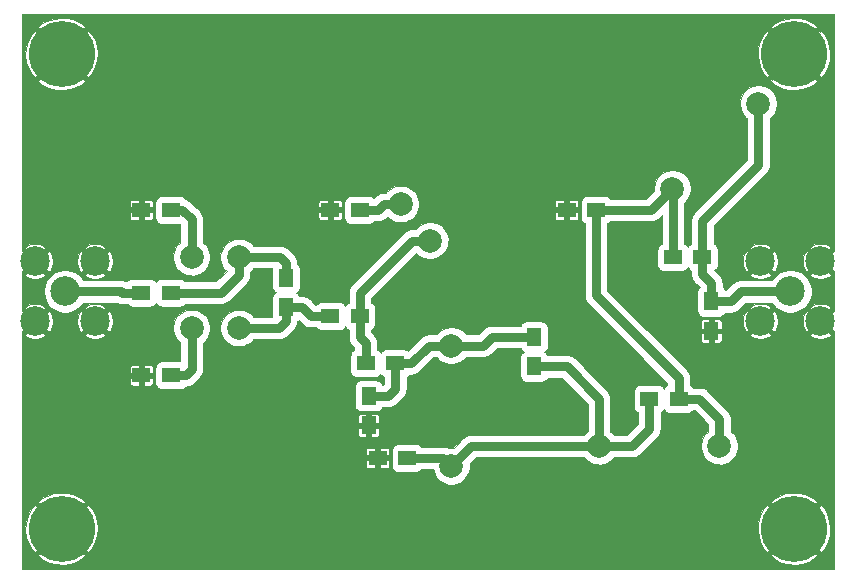
<source format=gbl>
G04 #@! TF.FileFunction,Copper,L2,Bot,Signal*
%FSLAX46Y46*%
G04 Gerber Fmt 4.6, Leading zero omitted, Abs format (unit mm)*
G04 Created by KiCad (PCBNEW 4.0.7-e2-6376~61~ubuntu18.04.1) date Thu Feb 13 11:23:38 2020*
%MOMM*%
%LPD*%
G01*
G04 APERTURE LIST*
%ADD10C,0.100000*%
%ADD11C,2.000000*%
%ADD12R,1.500000X1.250000*%
%ADD13R,1.250000X1.500000*%
%ADD14C,2.500000*%
%ADD15C,5.600000*%
%ADD16C,1.500000*%
%ADD17C,1.000000*%
%ADD18C,0.800000*%
G04 APERTURE END LIST*
D10*
D11*
X97000000Y-115500000D03*
X97000000Y-125700000D03*
X79000000Y-108000000D03*
X75000000Y-108000000D03*
D12*
X73250000Y-111000000D03*
X70750000Y-111000000D03*
D13*
X83000000Y-112250000D03*
X83000000Y-109750000D03*
D12*
X89250000Y-113000000D03*
X86750000Y-113000000D03*
X92250000Y-117000000D03*
X89750000Y-117000000D03*
X70750000Y-104000000D03*
X73250000Y-104000000D03*
X70750000Y-118000000D03*
X73250000Y-118000000D03*
X86750000Y-104000000D03*
X89250000Y-104000000D03*
D13*
X90000000Y-122250000D03*
X90000000Y-119750000D03*
D12*
X90750000Y-125000000D03*
X93250000Y-125000000D03*
X106750000Y-104000000D03*
X109250000Y-104000000D03*
D13*
X119000000Y-114250000D03*
X119000000Y-111750000D03*
X104000000Y-117250000D03*
X104000000Y-114750000D03*
D12*
X116250000Y-120000000D03*
X113750000Y-120000000D03*
X118250000Y-108000000D03*
X115750000Y-108000000D03*
D14*
X61760000Y-113440000D03*
X61760000Y-108360000D03*
X66840000Y-108360000D03*
X66840000Y-113440000D03*
X64300000Y-110900000D03*
X123160000Y-113440000D03*
X123160000Y-108360000D03*
X128240000Y-108360000D03*
X128240000Y-113440000D03*
X125700000Y-110900000D03*
D11*
X79000000Y-114000000D03*
X75000000Y-114000000D03*
X95200000Y-106600000D03*
X92700000Y-103500000D03*
X109500000Y-124000000D03*
X119700000Y-124000000D03*
X115699999Y-102200000D03*
X123000001Y-94999999D03*
D15*
X64000000Y-131000000D03*
X126000000Y-131000000D03*
X126000000Y-90800000D03*
X64000000Y-90800000D03*
D16*
X72400000Y-89300000D03*
X117500000Y-89300000D03*
X112500000Y-89300000D03*
X107500000Y-89300000D03*
X102500000Y-89300000D03*
X97500000Y-89300000D03*
X92500000Y-89300000D03*
X87500000Y-89300000D03*
X82500000Y-89300000D03*
X77500000Y-89300000D03*
X72500000Y-132500000D03*
X117500000Y-132500000D03*
X112500000Y-132500000D03*
X107500000Y-132500000D03*
X102500000Y-132500000D03*
X97500000Y-132500000D03*
X92500000Y-132500000D03*
X87500000Y-132500000D03*
X82500000Y-132500000D03*
X77500000Y-132500000D03*
D17*
X117500000Y-89300000D02*
X112500000Y-89300000D01*
X102500000Y-89300000D02*
X107500000Y-89300000D01*
X92500000Y-89300000D02*
X97500000Y-89300000D01*
X82500000Y-89300000D02*
X87500000Y-89300000D01*
X77500000Y-89300000D02*
X72400000Y-89300000D01*
X117500000Y-132500000D02*
X112500000Y-132500000D01*
X102500000Y-132500000D02*
X107500000Y-132500000D01*
X92500000Y-132500000D02*
X97500000Y-132500000D01*
X82500000Y-132500000D02*
X87500000Y-132500000D01*
X77500000Y-132500000D02*
X72500000Y-132500000D01*
D18*
X79000000Y-108000000D02*
X82500000Y-108000000D01*
X83000000Y-108500000D02*
X83000000Y-109750000D01*
X82500000Y-108000000D02*
X83000000Y-108500000D01*
X73250000Y-111000000D02*
X77500000Y-111000000D01*
X79000000Y-109500000D02*
X79000000Y-108000000D01*
X77500000Y-111000000D02*
X79000000Y-109500000D01*
X64300000Y-110900000D02*
X69000000Y-110900000D01*
X69100000Y-111000000D02*
X70750000Y-111000000D01*
X69000000Y-110900000D02*
X69100000Y-111000000D01*
X83000000Y-112250000D02*
X84350000Y-112250000D01*
X85100000Y-113000000D02*
X86750000Y-113000000D01*
X84350000Y-112250000D02*
X85100000Y-113000000D01*
X83000000Y-112250000D02*
X83000000Y-113400000D01*
X82400000Y-114000000D02*
X79000000Y-114000000D01*
X83000000Y-113400000D02*
X82400000Y-114000000D01*
X89250000Y-113000000D02*
X89250000Y-114750000D01*
X89750000Y-115250000D02*
X89750000Y-117000000D01*
X89250000Y-114750000D02*
X89750000Y-115250000D01*
X89250000Y-113000000D02*
X89250000Y-111050000D01*
X93700000Y-106600000D02*
X95200000Y-106600000D01*
X89250000Y-111050000D02*
X93700000Y-106600000D01*
X104000000Y-114750000D02*
X100450000Y-114750000D01*
X99700000Y-115500000D02*
X97000000Y-115500000D01*
X100450000Y-114750000D02*
X99700000Y-115500000D01*
X90000000Y-119750000D02*
X91650000Y-119750000D01*
X92250000Y-119150000D02*
X92250000Y-117000000D01*
X91650000Y-119750000D02*
X92250000Y-119150000D01*
X92250000Y-117000000D02*
X93600000Y-117000000D01*
X95100000Y-115500000D02*
X97000000Y-115500000D01*
X93600000Y-117000000D02*
X95100000Y-115500000D01*
X75000000Y-108000000D02*
X75000000Y-104800000D01*
X74200000Y-104000000D02*
X73250000Y-104000000D01*
X75000000Y-104800000D02*
X74200000Y-104000000D01*
X75000000Y-114000000D02*
X75000000Y-117500000D01*
X74500000Y-118000000D02*
X73250000Y-118000000D01*
X75000000Y-117500000D02*
X74500000Y-118000000D01*
X89250000Y-104000000D02*
X90800000Y-104000000D01*
X91300000Y-103500000D02*
X92700000Y-103500000D01*
X90800000Y-104000000D02*
X91300000Y-103500000D01*
X109500000Y-124000000D02*
X112300000Y-124000000D01*
X113750000Y-122550000D02*
X113750000Y-120000000D01*
X112300000Y-124000000D02*
X113750000Y-122550000D01*
X104000000Y-117250000D02*
X106750000Y-117250000D01*
X109500000Y-120000000D02*
X109500000Y-124000000D01*
X106750000Y-117250000D02*
X109500000Y-120000000D01*
X109500000Y-124000000D02*
X98700000Y-124000000D01*
X98700000Y-124000000D02*
X97000000Y-125700000D01*
X93250000Y-125000000D02*
X96300000Y-125000000D01*
X96300000Y-125000000D02*
X97000000Y-125700000D01*
X115750000Y-108000000D02*
X115750000Y-102250000D01*
X115750000Y-102250000D02*
X115700000Y-102200000D01*
X109250000Y-104000000D02*
X113900000Y-104000000D01*
X113900000Y-104000000D02*
X115700000Y-102200000D01*
X116250000Y-120000000D02*
X116250000Y-118250000D01*
X109250000Y-111250000D02*
X109250000Y-104000000D01*
X116250000Y-118250000D02*
X109250000Y-111250000D01*
X119700000Y-124000000D02*
X119700000Y-121700000D01*
X118000000Y-120000000D02*
X116250000Y-120000000D01*
X119700000Y-121700000D02*
X118000000Y-120000000D01*
X125700000Y-110900000D02*
X121500000Y-110900000D01*
X120650000Y-111750000D02*
X119000000Y-111750000D01*
X121500000Y-110900000D02*
X120650000Y-111750000D01*
X118250000Y-108000000D02*
X118250000Y-109450000D01*
X119000000Y-110200000D02*
X119000000Y-111750000D01*
X118250000Y-109450000D02*
X119000000Y-110200000D01*
X118250000Y-108000000D02*
X118250000Y-104950000D01*
X123000000Y-100200000D02*
X123000000Y-95000000D01*
X118250000Y-104950000D02*
X123000000Y-100200000D01*
D10*
G36*
X129367000Y-107521500D02*
X128528500Y-108360000D01*
X129367000Y-109198500D01*
X129367000Y-112601500D01*
X128528500Y-113440000D01*
X129367000Y-114278500D01*
X129367000Y-134367000D01*
X60633000Y-134367000D01*
X60633000Y-133262260D01*
X62026239Y-133262260D01*
X62367615Y-133593851D01*
X62905016Y-133862474D01*
X63484497Y-134021093D01*
X64083787Y-134063613D01*
X64679858Y-133988401D01*
X65249803Y-133798346D01*
X65632385Y-133593851D01*
X65973761Y-133262260D01*
X124026239Y-133262260D01*
X124367615Y-133593851D01*
X124905016Y-133862474D01*
X125484497Y-134021093D01*
X126083787Y-134063613D01*
X126679858Y-133988401D01*
X127249803Y-133798346D01*
X127632385Y-133593851D01*
X127973761Y-133262260D01*
X126000000Y-131288500D01*
X124026239Y-133262260D01*
X65973761Y-133262260D01*
X64000000Y-131288500D01*
X62026239Y-133262260D01*
X60633000Y-133262260D01*
X60633000Y-131083787D01*
X60936387Y-131083787D01*
X61011599Y-131679858D01*
X61201654Y-132249803D01*
X61406149Y-132632385D01*
X61737740Y-132973761D01*
X63711500Y-131000000D01*
X64288500Y-131000000D01*
X66262260Y-132973761D01*
X66593851Y-132632385D01*
X66862474Y-132094984D01*
X67021093Y-131515503D01*
X67051723Y-131083787D01*
X122936387Y-131083787D01*
X123011599Y-131679858D01*
X123201654Y-132249803D01*
X123406149Y-132632385D01*
X123737740Y-132973761D01*
X125711500Y-131000000D01*
X126288500Y-131000000D01*
X128262260Y-132973761D01*
X128593851Y-132632385D01*
X128862474Y-132094984D01*
X129021093Y-131515503D01*
X129063613Y-130916213D01*
X128988401Y-130320142D01*
X128798346Y-129750197D01*
X128593851Y-129367615D01*
X128262260Y-129026239D01*
X126288500Y-131000000D01*
X125711500Y-131000000D01*
X123737740Y-129026239D01*
X123406149Y-129367615D01*
X123137526Y-129905016D01*
X122978907Y-130484497D01*
X122936387Y-131083787D01*
X67051723Y-131083787D01*
X67063613Y-130916213D01*
X66988401Y-130320142D01*
X66798346Y-129750197D01*
X66593851Y-129367615D01*
X66262260Y-129026239D01*
X64288500Y-131000000D01*
X63711500Y-131000000D01*
X61737740Y-129026239D01*
X61406149Y-129367615D01*
X61137526Y-129905016D01*
X60978907Y-130484497D01*
X60936387Y-131083787D01*
X60633000Y-131083787D01*
X60633000Y-128737740D01*
X62026239Y-128737740D01*
X64000000Y-130711500D01*
X65973761Y-128737740D01*
X124026239Y-128737740D01*
X126000000Y-130711500D01*
X127973761Y-128737740D01*
X127632385Y-128406149D01*
X127094984Y-128137526D01*
X126515503Y-127978907D01*
X125916213Y-127936387D01*
X125320142Y-128011599D01*
X124750197Y-128201654D01*
X124367615Y-128406149D01*
X124026239Y-128737740D01*
X65973761Y-128737740D01*
X65632385Y-128406149D01*
X65094984Y-128137526D01*
X64515503Y-127978907D01*
X63916213Y-127936387D01*
X63320142Y-128011599D01*
X62750197Y-128201654D01*
X62367615Y-128406149D01*
X62026239Y-128737740D01*
X60633000Y-128737740D01*
X60633000Y-125266500D01*
X89750000Y-125266500D01*
X89750000Y-125649623D01*
X89759607Y-125697922D01*
X89778453Y-125743419D01*
X89805812Y-125784366D01*
X89840634Y-125819188D01*
X89881580Y-125846547D01*
X89927078Y-125865393D01*
X89975377Y-125875000D01*
X90483500Y-125875000D01*
X90546000Y-125812500D01*
X90546000Y-125204000D01*
X90954000Y-125204000D01*
X90954000Y-125812500D01*
X91016500Y-125875000D01*
X91524623Y-125875000D01*
X91572922Y-125865393D01*
X91618420Y-125846547D01*
X91659366Y-125819188D01*
X91694188Y-125784366D01*
X91721547Y-125743419D01*
X91740393Y-125697922D01*
X91750000Y-125649623D01*
X91750000Y-125266500D01*
X91687500Y-125204000D01*
X90954000Y-125204000D01*
X90546000Y-125204000D01*
X89812500Y-125204000D01*
X89750000Y-125266500D01*
X60633000Y-125266500D01*
X60633000Y-124350377D01*
X89750000Y-124350377D01*
X89750000Y-124733500D01*
X89812500Y-124796000D01*
X90546000Y-124796000D01*
X90546000Y-124187500D01*
X90954000Y-124187500D01*
X90954000Y-124796000D01*
X91687500Y-124796000D01*
X91750000Y-124733500D01*
X91750000Y-124350377D01*
X91740393Y-124302078D01*
X91721547Y-124256581D01*
X91694188Y-124215634D01*
X91659366Y-124180812D01*
X91618420Y-124153453D01*
X91572922Y-124134607D01*
X91524623Y-124125000D01*
X91016500Y-124125000D01*
X90954000Y-124187500D01*
X90546000Y-124187500D01*
X90483500Y-124125000D01*
X89975377Y-124125000D01*
X89927078Y-124134607D01*
X89881580Y-124153453D01*
X89840634Y-124180812D01*
X89805812Y-124215634D01*
X89778453Y-124256581D01*
X89759607Y-124302078D01*
X89750000Y-124350377D01*
X60633000Y-124350377D01*
X60633000Y-122516500D01*
X89125000Y-122516500D01*
X89125000Y-123024623D01*
X89134607Y-123072922D01*
X89153453Y-123118420D01*
X89180812Y-123159366D01*
X89215634Y-123194188D01*
X89256581Y-123221547D01*
X89302078Y-123240393D01*
X89350377Y-123250000D01*
X89733500Y-123250000D01*
X89796000Y-123187500D01*
X89796000Y-122454000D01*
X90204000Y-122454000D01*
X90204000Y-123187500D01*
X90266500Y-123250000D01*
X90649623Y-123250000D01*
X90697922Y-123240393D01*
X90743419Y-123221547D01*
X90784366Y-123194188D01*
X90819188Y-123159366D01*
X90846547Y-123118420D01*
X90865393Y-123072922D01*
X90875000Y-123024623D01*
X90875000Y-122516500D01*
X90812500Y-122454000D01*
X90204000Y-122454000D01*
X89796000Y-122454000D01*
X89187500Y-122454000D01*
X89125000Y-122516500D01*
X60633000Y-122516500D01*
X60633000Y-121475377D01*
X89125000Y-121475377D01*
X89125000Y-121983500D01*
X89187500Y-122046000D01*
X89796000Y-122046000D01*
X89796000Y-121312500D01*
X90204000Y-121312500D01*
X90204000Y-122046000D01*
X90812500Y-122046000D01*
X90875000Y-121983500D01*
X90875000Y-121475377D01*
X90865393Y-121427078D01*
X90846547Y-121381580D01*
X90819188Y-121340634D01*
X90784366Y-121305812D01*
X90743419Y-121278453D01*
X90697922Y-121259607D01*
X90649623Y-121250000D01*
X90266500Y-121250000D01*
X90204000Y-121312500D01*
X89796000Y-121312500D01*
X89733500Y-121250000D01*
X89350377Y-121250000D01*
X89302078Y-121259607D01*
X89256581Y-121278453D01*
X89215634Y-121305812D01*
X89180812Y-121340634D01*
X89153453Y-121381580D01*
X89134607Y-121427078D01*
X89125000Y-121475377D01*
X60633000Y-121475377D01*
X60633000Y-118266500D01*
X69750000Y-118266500D01*
X69750000Y-118649623D01*
X69759607Y-118697922D01*
X69778453Y-118743419D01*
X69805812Y-118784366D01*
X69840634Y-118819188D01*
X69881580Y-118846547D01*
X69927078Y-118865393D01*
X69975377Y-118875000D01*
X70483500Y-118875000D01*
X70546000Y-118812500D01*
X70546000Y-118204000D01*
X70954000Y-118204000D01*
X70954000Y-118812500D01*
X71016500Y-118875000D01*
X71524623Y-118875000D01*
X71572922Y-118865393D01*
X71618420Y-118846547D01*
X71659366Y-118819188D01*
X71694188Y-118784366D01*
X71721547Y-118743419D01*
X71740393Y-118697922D01*
X71750000Y-118649623D01*
X71750000Y-118266500D01*
X71687500Y-118204000D01*
X70954000Y-118204000D01*
X70546000Y-118204000D01*
X69812500Y-118204000D01*
X69750000Y-118266500D01*
X60633000Y-118266500D01*
X60633000Y-117350377D01*
X69750000Y-117350377D01*
X69750000Y-117733500D01*
X69812500Y-117796000D01*
X70546000Y-117796000D01*
X70546000Y-117187500D01*
X70954000Y-117187500D01*
X70954000Y-117796000D01*
X71687500Y-117796000D01*
X71750000Y-117733500D01*
X71750000Y-117375000D01*
X71939301Y-117375000D01*
X71939301Y-118625000D01*
X71946387Y-118713859D01*
X71993061Y-118864574D01*
X72079875Y-118996319D01*
X72199955Y-119098663D01*
X72343793Y-119163500D01*
X72500000Y-119185699D01*
X74000000Y-119185699D01*
X74088859Y-119178613D01*
X74239574Y-119131939D01*
X74371319Y-119045125D01*
X74445576Y-118958000D01*
X74500000Y-118958000D01*
X74588092Y-118949362D01*
X74676226Y-118941652D01*
X74681063Y-118940247D01*
X74686077Y-118939755D01*
X74770794Y-118914177D01*
X74855771Y-118889489D01*
X74860243Y-118887171D01*
X74865065Y-118885715D01*
X74943224Y-118844157D01*
X75021764Y-118803446D01*
X75025698Y-118800306D01*
X75030149Y-118797939D01*
X75098753Y-118741987D01*
X75167884Y-118686801D01*
X75174890Y-118679891D01*
X75175040Y-118679769D01*
X75175155Y-118679630D01*
X75177408Y-118677408D01*
X75677408Y-118177408D01*
X75733588Y-118109014D01*
X75790459Y-118041238D01*
X75792884Y-118036826D01*
X75796084Y-118032931D01*
X75837906Y-117954933D01*
X75880532Y-117877396D01*
X75882056Y-117872592D01*
X75884435Y-117868155D01*
X75910311Y-117783519D01*
X75937065Y-117699179D01*
X75937626Y-117694177D01*
X75939100Y-117689356D01*
X75948048Y-117601268D01*
X75957907Y-117513376D01*
X75957975Y-117503537D01*
X75957995Y-117503344D01*
X75957978Y-117503164D01*
X75958000Y-117500000D01*
X75958000Y-115237368D01*
X75963841Y-115233661D01*
X76185105Y-115022955D01*
X76361227Y-114773285D01*
X76485501Y-114494161D01*
X76553193Y-114196214D01*
X76558066Y-113847230D01*
X76498720Y-113547510D01*
X76382288Y-113265024D01*
X76213205Y-113010534D01*
X75997911Y-112793732D01*
X75744608Y-112622877D01*
X75462942Y-112504475D01*
X75163643Y-112443038D01*
X74858111Y-112440905D01*
X74557984Y-112498158D01*
X74274692Y-112612615D01*
X74019028Y-112779917D01*
X73800728Y-112993692D01*
X73628109Y-113245796D01*
X73507744Y-113526628D01*
X73444219Y-113825491D01*
X73439953Y-114131001D01*
X73495108Y-114431521D01*
X73607585Y-114715604D01*
X73773098Y-114972430D01*
X73985344Y-115192217D01*
X74042000Y-115231594D01*
X74042000Y-116820270D01*
X74000000Y-116814301D01*
X72500000Y-116814301D01*
X72411141Y-116821387D01*
X72260426Y-116868061D01*
X72128681Y-116954875D01*
X72026337Y-117074955D01*
X71961500Y-117218793D01*
X71939301Y-117375000D01*
X71750000Y-117375000D01*
X71750000Y-117350377D01*
X71740393Y-117302078D01*
X71721547Y-117256581D01*
X71694188Y-117215634D01*
X71659366Y-117180812D01*
X71618420Y-117153453D01*
X71572922Y-117134607D01*
X71524623Y-117125000D01*
X71016500Y-117125000D01*
X70954000Y-117187500D01*
X70546000Y-117187500D01*
X70483500Y-117125000D01*
X69975377Y-117125000D01*
X69927078Y-117134607D01*
X69881580Y-117153453D01*
X69840634Y-117180812D01*
X69805812Y-117215634D01*
X69778453Y-117256581D01*
X69759607Y-117302078D01*
X69750000Y-117350377D01*
X60633000Y-117350377D01*
X60633000Y-114595613D01*
X60892887Y-114595613D01*
X61047248Y-114768085D01*
X61320040Y-114881617D01*
X61609739Y-114939749D01*
X61905213Y-114940246D01*
X62195106Y-114883090D01*
X62468278Y-114770476D01*
X62472752Y-114768085D01*
X62627113Y-114595613D01*
X65972887Y-114595613D01*
X66127248Y-114768085D01*
X66400040Y-114881617D01*
X66689739Y-114939749D01*
X66985213Y-114940246D01*
X67275106Y-114883090D01*
X67548278Y-114770476D01*
X67552752Y-114768085D01*
X67707113Y-114595613D01*
X66840000Y-113728500D01*
X65972887Y-114595613D01*
X62627113Y-114595613D01*
X61760000Y-113728500D01*
X60892887Y-114595613D01*
X60633000Y-114595613D01*
X60633000Y-114278500D01*
X61471500Y-113440000D01*
X62048500Y-113440000D01*
X62915613Y-114307113D01*
X63088085Y-114152752D01*
X63201617Y-113879960D01*
X63259749Y-113590261D01*
X63259757Y-113585213D01*
X65339754Y-113585213D01*
X65396910Y-113875106D01*
X65509524Y-114148278D01*
X65511915Y-114152752D01*
X65684387Y-114307113D01*
X66551500Y-113440000D01*
X67128500Y-113440000D01*
X67995613Y-114307113D01*
X68168085Y-114152752D01*
X68281617Y-113879960D01*
X68339749Y-113590261D01*
X68340246Y-113294787D01*
X68283090Y-113004894D01*
X68170476Y-112731722D01*
X68168085Y-112727248D01*
X67995613Y-112572887D01*
X67128500Y-113440000D01*
X66551500Y-113440000D01*
X65684387Y-112572887D01*
X65511915Y-112727248D01*
X65398383Y-113000040D01*
X65340251Y-113289739D01*
X65339754Y-113585213D01*
X63259757Y-113585213D01*
X63260246Y-113294787D01*
X63203090Y-113004894D01*
X63090476Y-112731722D01*
X63088085Y-112727248D01*
X62915613Y-112572887D01*
X62048500Y-113440000D01*
X61471500Y-113440000D01*
X60633000Y-112601500D01*
X60633000Y-112284387D01*
X60892887Y-112284387D01*
X61760000Y-113151500D01*
X62627113Y-112284387D01*
X62472752Y-112111915D01*
X62199960Y-111998383D01*
X61910261Y-111940251D01*
X61614787Y-111939754D01*
X61324894Y-111996910D01*
X61051722Y-112109524D01*
X61047248Y-112111915D01*
X60892887Y-112284387D01*
X60633000Y-112284387D01*
X60633000Y-111052022D01*
X62489624Y-111052022D01*
X62553630Y-111400764D01*
X62684155Y-111730432D01*
X62876226Y-112028469D01*
X63122529Y-112283523D01*
X63413682Y-112485879D01*
X63738594Y-112627830D01*
X64084890Y-112703968D01*
X64439379Y-112711394D01*
X64788560Y-112649824D01*
X65119131Y-112521604D01*
X65418502Y-112331617D01*
X65468098Y-112284387D01*
X65972887Y-112284387D01*
X66840000Y-113151500D01*
X67707113Y-112284387D01*
X67552752Y-112111915D01*
X67279960Y-111998383D01*
X66990261Y-111940251D01*
X66694787Y-111939754D01*
X66404894Y-111996910D01*
X66131722Y-112109524D01*
X66127248Y-112111915D01*
X65972887Y-112284387D01*
X65468098Y-112284387D01*
X65675269Y-112087101D01*
X65836882Y-111858000D01*
X68681618Y-111858000D01*
X68722604Y-111880532D01*
X68727408Y-111882056D01*
X68731845Y-111884435D01*
X68816481Y-111910311D01*
X68900821Y-111937065D01*
X68905823Y-111937626D01*
X68910644Y-111939100D01*
X68998688Y-111948043D01*
X69086624Y-111957907D01*
X69096474Y-111957975D01*
X69096656Y-111957994D01*
X69096826Y-111957978D01*
X69100000Y-111958000D01*
X69554625Y-111958000D01*
X69579875Y-111996319D01*
X69699955Y-112098663D01*
X69843793Y-112163500D01*
X70000000Y-112185699D01*
X71500000Y-112185699D01*
X71588859Y-112178613D01*
X71739574Y-112131939D01*
X71871319Y-112045125D01*
X71973663Y-111925045D01*
X71997728Y-111871657D01*
X72079875Y-111996319D01*
X72199955Y-112098663D01*
X72343793Y-112163500D01*
X72500000Y-112185699D01*
X74000000Y-112185699D01*
X74088859Y-112178613D01*
X74239574Y-112131939D01*
X74371319Y-112045125D01*
X74445576Y-111958000D01*
X77500000Y-111958000D01*
X77588092Y-111949362D01*
X77676226Y-111941652D01*
X77681063Y-111940247D01*
X77686077Y-111939755D01*
X77770794Y-111914177D01*
X77855771Y-111889489D01*
X77860243Y-111887171D01*
X77865065Y-111885715D01*
X77943224Y-111844157D01*
X78021764Y-111803446D01*
X78025698Y-111800306D01*
X78030149Y-111797939D01*
X78098753Y-111741987D01*
X78167884Y-111686801D01*
X78174890Y-111679891D01*
X78175040Y-111679769D01*
X78175155Y-111679630D01*
X78177408Y-111677408D01*
X79677408Y-110177409D01*
X79733586Y-110109016D01*
X79790459Y-110041238D01*
X79792886Y-110036823D01*
X79796083Y-110032931D01*
X79837884Y-109954971D01*
X79880532Y-109877396D01*
X79882056Y-109872592D01*
X79884435Y-109868155D01*
X79910311Y-109783519D01*
X79937065Y-109699179D01*
X79937626Y-109694177D01*
X79939100Y-109689356D01*
X79948043Y-109601312D01*
X79957907Y-109513376D01*
X79957975Y-109503526D01*
X79957994Y-109503344D01*
X79957978Y-109503174D01*
X79958000Y-109500000D01*
X79958000Y-109237368D01*
X79963841Y-109233661D01*
X80185105Y-109022955D01*
X80230926Y-108958000D01*
X81820270Y-108958000D01*
X81814301Y-109000000D01*
X81814301Y-110500000D01*
X81821387Y-110588859D01*
X81868061Y-110739574D01*
X81954875Y-110871319D01*
X82074955Y-110973663D01*
X82128343Y-110997728D01*
X82003681Y-111079875D01*
X81901337Y-111199955D01*
X81836500Y-111343793D01*
X81814301Y-111500000D01*
X81814301Y-113000000D01*
X81817650Y-113042000D01*
X80234111Y-113042000D01*
X80213205Y-113010534D01*
X79997911Y-112793732D01*
X79744608Y-112622877D01*
X79462942Y-112504475D01*
X79163643Y-112443038D01*
X78858111Y-112440905D01*
X78557984Y-112498158D01*
X78274692Y-112612615D01*
X78019028Y-112779917D01*
X77800728Y-112993692D01*
X77628109Y-113245796D01*
X77507744Y-113526628D01*
X77444219Y-113825491D01*
X77439953Y-114131001D01*
X77495108Y-114431521D01*
X77607585Y-114715604D01*
X77773098Y-114972430D01*
X77985344Y-115192217D01*
X78236237Y-115366593D01*
X78516222Y-115488915D01*
X78814634Y-115554525D01*
X79120107Y-115560924D01*
X79421004Y-115507868D01*
X79705866Y-115397377D01*
X79963841Y-115233661D01*
X80185105Y-115022955D01*
X80230926Y-114958000D01*
X82400000Y-114958000D01*
X82488092Y-114949362D01*
X82576226Y-114941652D01*
X82581063Y-114940247D01*
X82586077Y-114939755D01*
X82670794Y-114914177D01*
X82755771Y-114889489D01*
X82760243Y-114887171D01*
X82765065Y-114885715D01*
X82843224Y-114844157D01*
X82921764Y-114803446D01*
X82925698Y-114800306D01*
X82930149Y-114797939D01*
X82998753Y-114741987D01*
X83067884Y-114686801D01*
X83074890Y-114679891D01*
X83075040Y-114679769D01*
X83075155Y-114679630D01*
X83077408Y-114677408D01*
X83677408Y-114077408D01*
X83733566Y-114009040D01*
X83790459Y-113941238D01*
X83792886Y-113936823D01*
X83796083Y-113932931D01*
X83837884Y-113854971D01*
X83880532Y-113777396D01*
X83882056Y-113772592D01*
X83884435Y-113768155D01*
X83910311Y-113683519D01*
X83937065Y-113599179D01*
X83937626Y-113594177D01*
X83939100Y-113589356D01*
X83948048Y-113501268D01*
X83954024Y-113447996D01*
X83996319Y-113420125D01*
X84074076Y-113328892D01*
X84422592Y-113677408D01*
X84490960Y-113733566D01*
X84558762Y-113790459D01*
X84563177Y-113792886D01*
X84567069Y-113796083D01*
X84645029Y-113837884D01*
X84722604Y-113880532D01*
X84727408Y-113882056D01*
X84731845Y-113884435D01*
X84816481Y-113910311D01*
X84900821Y-113937065D01*
X84905823Y-113937626D01*
X84910644Y-113939100D01*
X84998732Y-113948048D01*
X85086624Y-113957907D01*
X85096463Y-113957975D01*
X85096656Y-113957995D01*
X85096836Y-113957978D01*
X85100000Y-113958000D01*
X85554625Y-113958000D01*
X85579875Y-113996319D01*
X85699955Y-114098663D01*
X85843793Y-114163500D01*
X86000000Y-114185699D01*
X87500000Y-114185699D01*
X87588859Y-114178613D01*
X87739574Y-114131939D01*
X87871319Y-114045125D01*
X87973663Y-113925045D01*
X87997728Y-113871657D01*
X88079875Y-113996319D01*
X88199955Y-114098663D01*
X88292000Y-114140154D01*
X88292000Y-114750000D01*
X88300638Y-114838092D01*
X88308348Y-114926226D01*
X88309753Y-114931063D01*
X88310245Y-114936077D01*
X88335823Y-115020794D01*
X88360511Y-115105771D01*
X88362829Y-115110243D01*
X88364285Y-115115065D01*
X88405843Y-115193224D01*
X88446554Y-115271764D01*
X88449694Y-115275698D01*
X88452061Y-115280149D01*
X88508013Y-115348753D01*
X88563199Y-115417884D01*
X88570109Y-115424890D01*
X88570231Y-115425040D01*
X88570370Y-115425155D01*
X88572592Y-115427408D01*
X88792000Y-115646816D01*
X88792000Y-115858283D01*
X88760426Y-115868061D01*
X88628681Y-115954875D01*
X88526337Y-116074955D01*
X88461500Y-116218793D01*
X88439301Y-116375000D01*
X88439301Y-117625000D01*
X88446387Y-117713859D01*
X88493061Y-117864574D01*
X88579875Y-117996319D01*
X88699955Y-118098663D01*
X88843793Y-118163500D01*
X89000000Y-118185699D01*
X90500000Y-118185699D01*
X90588859Y-118178613D01*
X90739574Y-118131939D01*
X90871319Y-118045125D01*
X90973663Y-117925045D01*
X90997728Y-117871657D01*
X91079875Y-117996319D01*
X91199955Y-118098663D01*
X91292000Y-118140154D01*
X91292000Y-118753184D01*
X91253184Y-118792000D01*
X91141717Y-118792000D01*
X91131939Y-118760426D01*
X91045125Y-118628681D01*
X90925045Y-118526337D01*
X90781207Y-118461500D01*
X90625000Y-118439301D01*
X89375000Y-118439301D01*
X89286141Y-118446387D01*
X89135426Y-118493061D01*
X89003681Y-118579875D01*
X88901337Y-118699955D01*
X88836500Y-118843793D01*
X88814301Y-119000000D01*
X88814301Y-120500000D01*
X88821387Y-120588859D01*
X88868061Y-120739574D01*
X88954875Y-120871319D01*
X89074955Y-120973663D01*
X89218793Y-121038500D01*
X89375000Y-121060699D01*
X90625000Y-121060699D01*
X90713859Y-121053613D01*
X90864574Y-121006939D01*
X90996319Y-120920125D01*
X91098663Y-120800045D01*
X91140154Y-120708000D01*
X91650000Y-120708000D01*
X91738092Y-120699362D01*
X91826226Y-120691652D01*
X91831063Y-120690247D01*
X91836077Y-120689755D01*
X91920794Y-120664177D01*
X92005771Y-120639489D01*
X92010243Y-120637171D01*
X92015065Y-120635715D01*
X92093224Y-120594157D01*
X92171764Y-120553446D01*
X92175698Y-120550306D01*
X92180149Y-120547939D01*
X92248753Y-120491987D01*
X92317884Y-120436801D01*
X92324890Y-120429891D01*
X92325040Y-120429769D01*
X92325155Y-120429630D01*
X92327408Y-120427408D01*
X92927408Y-119827408D01*
X92983566Y-119759040D01*
X93040459Y-119691238D01*
X93042886Y-119686823D01*
X93046083Y-119682931D01*
X93087884Y-119604971D01*
X93130532Y-119527396D01*
X93132056Y-119522592D01*
X93134435Y-119518155D01*
X93160311Y-119433519D01*
X93187065Y-119349179D01*
X93187626Y-119344177D01*
X93189100Y-119339356D01*
X93198048Y-119251268D01*
X93207907Y-119163376D01*
X93207975Y-119153537D01*
X93207995Y-119153344D01*
X93207978Y-119153164D01*
X93208000Y-119150000D01*
X93208000Y-118141717D01*
X93239574Y-118131939D01*
X93371319Y-118045125D01*
X93445576Y-117958000D01*
X93600000Y-117958000D01*
X93688092Y-117949362D01*
X93776226Y-117941652D01*
X93781063Y-117940247D01*
X93786077Y-117939755D01*
X93870794Y-117914177D01*
X93955771Y-117889489D01*
X93960243Y-117887171D01*
X93965065Y-117885715D01*
X94043224Y-117844157D01*
X94121764Y-117803446D01*
X94125698Y-117800306D01*
X94130149Y-117797939D01*
X94198753Y-117741987D01*
X94267884Y-117686801D01*
X94274890Y-117679891D01*
X94275040Y-117679769D01*
X94275155Y-117679630D01*
X94277408Y-117677408D01*
X95496817Y-116458000D01*
X95763799Y-116458000D01*
X95773098Y-116472430D01*
X95985344Y-116692217D01*
X96236237Y-116866593D01*
X96516222Y-116988915D01*
X96814634Y-117054525D01*
X97120107Y-117060924D01*
X97421004Y-117007868D01*
X97705866Y-116897377D01*
X97963841Y-116733661D01*
X98185105Y-116522955D01*
X98230926Y-116458000D01*
X99700000Y-116458000D01*
X99788092Y-116449362D01*
X99876226Y-116441652D01*
X99881063Y-116440247D01*
X99886077Y-116439755D01*
X99970794Y-116414177D01*
X100055771Y-116389489D01*
X100060243Y-116387171D01*
X100065065Y-116385715D01*
X100143224Y-116344157D01*
X100221764Y-116303446D01*
X100225698Y-116300306D01*
X100230149Y-116297939D01*
X100298753Y-116241987D01*
X100367884Y-116186801D01*
X100374890Y-116179891D01*
X100375040Y-116179769D01*
X100375155Y-116179630D01*
X100377408Y-116177408D01*
X100846816Y-115708000D01*
X102858283Y-115708000D01*
X102868061Y-115739574D01*
X102954875Y-115871319D01*
X103074955Y-115973663D01*
X103128343Y-115997728D01*
X103003681Y-116079875D01*
X102901337Y-116199955D01*
X102836500Y-116343793D01*
X102814301Y-116500000D01*
X102814301Y-118000000D01*
X102821387Y-118088859D01*
X102868061Y-118239574D01*
X102954875Y-118371319D01*
X103074955Y-118473663D01*
X103218793Y-118538500D01*
X103375000Y-118560699D01*
X104625000Y-118560699D01*
X104713859Y-118553613D01*
X104864574Y-118506939D01*
X104996319Y-118420125D01*
X105098663Y-118300045D01*
X105140154Y-118208000D01*
X106353184Y-118208000D01*
X108542000Y-120396817D01*
X108542000Y-122764885D01*
X108519028Y-122779917D01*
X108300728Y-122993692D01*
X108267651Y-123042000D01*
X98700000Y-123042000D01*
X98611908Y-123050638D01*
X98523774Y-123058348D01*
X98518937Y-123059753D01*
X98513923Y-123060245D01*
X98429206Y-123085823D01*
X98344229Y-123110511D01*
X98339757Y-123112829D01*
X98334935Y-123114285D01*
X98256776Y-123155843D01*
X98178236Y-123196554D01*
X98174302Y-123199694D01*
X98169851Y-123202061D01*
X98101247Y-123258013D01*
X98032116Y-123313199D01*
X98025110Y-123320109D01*
X98024960Y-123320231D01*
X98024845Y-123320370D01*
X98022592Y-123322592D01*
X97195589Y-124149595D01*
X97163643Y-124143038D01*
X96858111Y-124140905D01*
X96752898Y-124160976D01*
X96677396Y-124119468D01*
X96672592Y-124117944D01*
X96668155Y-124115565D01*
X96583519Y-124089689D01*
X96499179Y-124062935D01*
X96494177Y-124062374D01*
X96489356Y-124060900D01*
X96401268Y-124051952D01*
X96313376Y-124042093D01*
X96303537Y-124042025D01*
X96303344Y-124042005D01*
X96303164Y-124042022D01*
X96300000Y-124042000D01*
X94445375Y-124042000D01*
X94420125Y-124003681D01*
X94300045Y-123901337D01*
X94156207Y-123836500D01*
X94000000Y-123814301D01*
X92500000Y-123814301D01*
X92411141Y-123821387D01*
X92260426Y-123868061D01*
X92128681Y-123954875D01*
X92026337Y-124074955D01*
X91961500Y-124218793D01*
X91939301Y-124375000D01*
X91939301Y-125625000D01*
X91946387Y-125713859D01*
X91993061Y-125864574D01*
X92079875Y-125996319D01*
X92199955Y-126098663D01*
X92343793Y-126163500D01*
X92500000Y-126185699D01*
X94000000Y-126185699D01*
X94088859Y-126178613D01*
X94239574Y-126131939D01*
X94371319Y-126045125D01*
X94445576Y-125958000D01*
X95463261Y-125958000D01*
X95495108Y-126131521D01*
X95607585Y-126415604D01*
X95773098Y-126672430D01*
X95985344Y-126892217D01*
X96236237Y-127066593D01*
X96516222Y-127188915D01*
X96814634Y-127254525D01*
X97120107Y-127260924D01*
X97421004Y-127207868D01*
X97705866Y-127097377D01*
X97963841Y-126933661D01*
X98185105Y-126722955D01*
X98361227Y-126473285D01*
X98485501Y-126194161D01*
X98553193Y-125896214D01*
X98558066Y-125547230D01*
X98549723Y-125505093D01*
X99096816Y-124958000D01*
X108263799Y-124958000D01*
X108273098Y-124972430D01*
X108485344Y-125192217D01*
X108736237Y-125366593D01*
X109016222Y-125488915D01*
X109314634Y-125554525D01*
X109620107Y-125560924D01*
X109921004Y-125507868D01*
X110205866Y-125397377D01*
X110463841Y-125233661D01*
X110685105Y-125022955D01*
X110730926Y-124958000D01*
X112300000Y-124958000D01*
X112388092Y-124949362D01*
X112476226Y-124941652D01*
X112481063Y-124940247D01*
X112486077Y-124939755D01*
X112570794Y-124914177D01*
X112655771Y-124889489D01*
X112660243Y-124887171D01*
X112665065Y-124885715D01*
X112743224Y-124844157D01*
X112821764Y-124803446D01*
X112825698Y-124800306D01*
X112830149Y-124797939D01*
X112898753Y-124741987D01*
X112967884Y-124686801D01*
X112974890Y-124679891D01*
X112975040Y-124679769D01*
X112975155Y-124679630D01*
X112977408Y-124677408D01*
X114427409Y-123227408D01*
X114483613Y-123158984D01*
X114540459Y-123091238D01*
X114542884Y-123086826D01*
X114546084Y-123082931D01*
X114587906Y-123004933D01*
X114630532Y-122927396D01*
X114632056Y-122922592D01*
X114634435Y-122918155D01*
X114660311Y-122833519D01*
X114687065Y-122749179D01*
X114687626Y-122744177D01*
X114689100Y-122739356D01*
X114698048Y-122651268D01*
X114707907Y-122563376D01*
X114707975Y-122553537D01*
X114707995Y-122553344D01*
X114707978Y-122553164D01*
X114708000Y-122550000D01*
X114708000Y-121141717D01*
X114739574Y-121131939D01*
X114871319Y-121045125D01*
X114973663Y-120925045D01*
X114997728Y-120871657D01*
X115079875Y-120996319D01*
X115199955Y-121098663D01*
X115343793Y-121163500D01*
X115500000Y-121185699D01*
X117000000Y-121185699D01*
X117088859Y-121178613D01*
X117239574Y-121131939D01*
X117371319Y-121045125D01*
X117445576Y-120958000D01*
X117603184Y-120958000D01*
X118742000Y-122096816D01*
X118742000Y-122764885D01*
X118719028Y-122779917D01*
X118500728Y-122993692D01*
X118328109Y-123245796D01*
X118207744Y-123526628D01*
X118144219Y-123825491D01*
X118139953Y-124131001D01*
X118195108Y-124431521D01*
X118307585Y-124715604D01*
X118473098Y-124972430D01*
X118685344Y-125192217D01*
X118936237Y-125366593D01*
X119216222Y-125488915D01*
X119514634Y-125554525D01*
X119820107Y-125560924D01*
X120121004Y-125507868D01*
X120405866Y-125397377D01*
X120663841Y-125233661D01*
X120885105Y-125022955D01*
X121061227Y-124773285D01*
X121185501Y-124494161D01*
X121253193Y-124196214D01*
X121258066Y-123847230D01*
X121198720Y-123547510D01*
X121082288Y-123265024D01*
X120913205Y-123010534D01*
X120697911Y-122793732D01*
X120658000Y-122766812D01*
X120658000Y-121700000D01*
X120649362Y-121611908D01*
X120641652Y-121523774D01*
X120640247Y-121518937D01*
X120639755Y-121513923D01*
X120614177Y-121429206D01*
X120589489Y-121344229D01*
X120587171Y-121339757D01*
X120585715Y-121334935D01*
X120544157Y-121256776D01*
X120503446Y-121178236D01*
X120500306Y-121174302D01*
X120497939Y-121169851D01*
X120441987Y-121101247D01*
X120386801Y-121032116D01*
X120379891Y-121025110D01*
X120379769Y-121024960D01*
X120379630Y-121024845D01*
X120377408Y-121022592D01*
X118677408Y-119322592D01*
X118609040Y-119266434D01*
X118541238Y-119209541D01*
X118536823Y-119207114D01*
X118532931Y-119203917D01*
X118454971Y-119162116D01*
X118377396Y-119119468D01*
X118372592Y-119117944D01*
X118368155Y-119115565D01*
X118283519Y-119089689D01*
X118199179Y-119062935D01*
X118194177Y-119062374D01*
X118189356Y-119060900D01*
X118101268Y-119051952D01*
X118013376Y-119042093D01*
X118003537Y-119042025D01*
X118003344Y-119042005D01*
X118003164Y-119042022D01*
X118000000Y-119042000D01*
X117445375Y-119042000D01*
X117420125Y-119003681D01*
X117300045Y-118901337D01*
X117208000Y-118859846D01*
X117208000Y-118250000D01*
X117199362Y-118161908D01*
X117191652Y-118073774D01*
X117190247Y-118068937D01*
X117189755Y-118063923D01*
X117164177Y-117979206D01*
X117139489Y-117894229D01*
X117137171Y-117889757D01*
X117135715Y-117884935D01*
X117094157Y-117806776D01*
X117053446Y-117728236D01*
X117050306Y-117724302D01*
X117047939Y-117719851D01*
X116991987Y-117651247D01*
X116936801Y-117582116D01*
X116929891Y-117575110D01*
X116929769Y-117574960D01*
X116929630Y-117574845D01*
X116927408Y-117572592D01*
X113871316Y-114516500D01*
X118125000Y-114516500D01*
X118125000Y-115024623D01*
X118134607Y-115072922D01*
X118153453Y-115118420D01*
X118180812Y-115159366D01*
X118215634Y-115194188D01*
X118256581Y-115221547D01*
X118302078Y-115240393D01*
X118350377Y-115250000D01*
X118733500Y-115250000D01*
X118796000Y-115187500D01*
X118796000Y-114454000D01*
X119204000Y-114454000D01*
X119204000Y-115187500D01*
X119266500Y-115250000D01*
X119649623Y-115250000D01*
X119697922Y-115240393D01*
X119743419Y-115221547D01*
X119784366Y-115194188D01*
X119819188Y-115159366D01*
X119846547Y-115118420D01*
X119865393Y-115072922D01*
X119875000Y-115024623D01*
X119875000Y-114595613D01*
X122292887Y-114595613D01*
X122447248Y-114768085D01*
X122720040Y-114881617D01*
X123009739Y-114939749D01*
X123305213Y-114940246D01*
X123595106Y-114883090D01*
X123868278Y-114770476D01*
X123872752Y-114768085D01*
X124027113Y-114595613D01*
X127372887Y-114595613D01*
X127527248Y-114768085D01*
X127800040Y-114881617D01*
X128089739Y-114939749D01*
X128385213Y-114940246D01*
X128675106Y-114883090D01*
X128948278Y-114770476D01*
X128952752Y-114768085D01*
X129107113Y-114595613D01*
X128240000Y-113728500D01*
X127372887Y-114595613D01*
X124027113Y-114595613D01*
X123160000Y-113728500D01*
X122292887Y-114595613D01*
X119875000Y-114595613D01*
X119875000Y-114516500D01*
X119812500Y-114454000D01*
X119204000Y-114454000D01*
X118796000Y-114454000D01*
X118187500Y-114454000D01*
X118125000Y-114516500D01*
X113871316Y-114516500D01*
X112830193Y-113475377D01*
X118125000Y-113475377D01*
X118125000Y-113983500D01*
X118187500Y-114046000D01*
X118796000Y-114046000D01*
X118796000Y-113312500D01*
X119204000Y-113312500D01*
X119204000Y-114046000D01*
X119812500Y-114046000D01*
X119875000Y-113983500D01*
X119875000Y-113585213D01*
X121659754Y-113585213D01*
X121716910Y-113875106D01*
X121829524Y-114148278D01*
X121831915Y-114152752D01*
X122004387Y-114307113D01*
X122871500Y-113440000D01*
X123448500Y-113440000D01*
X124315613Y-114307113D01*
X124488085Y-114152752D01*
X124601617Y-113879960D01*
X124659749Y-113590261D01*
X124659757Y-113585213D01*
X126739754Y-113585213D01*
X126796910Y-113875106D01*
X126909524Y-114148278D01*
X126911915Y-114152752D01*
X127084387Y-114307113D01*
X127951500Y-113440000D01*
X127084387Y-112572887D01*
X126911915Y-112727248D01*
X126798383Y-113000040D01*
X126740251Y-113289739D01*
X126739754Y-113585213D01*
X124659757Y-113585213D01*
X124660246Y-113294787D01*
X124603090Y-113004894D01*
X124490476Y-112731722D01*
X124488085Y-112727248D01*
X124315613Y-112572887D01*
X123448500Y-113440000D01*
X122871500Y-113440000D01*
X122004387Y-112572887D01*
X121831915Y-112727248D01*
X121718383Y-113000040D01*
X121660251Y-113289739D01*
X121659754Y-113585213D01*
X119875000Y-113585213D01*
X119875000Y-113475377D01*
X119865393Y-113427078D01*
X119846547Y-113381580D01*
X119819188Y-113340634D01*
X119784366Y-113305812D01*
X119743419Y-113278453D01*
X119697922Y-113259607D01*
X119649623Y-113250000D01*
X119266500Y-113250000D01*
X119204000Y-113312500D01*
X118796000Y-113312500D01*
X118733500Y-113250000D01*
X118350377Y-113250000D01*
X118302078Y-113259607D01*
X118256581Y-113278453D01*
X118215634Y-113305812D01*
X118180812Y-113340634D01*
X118153453Y-113381580D01*
X118134607Y-113427078D01*
X118125000Y-113475377D01*
X112830193Y-113475377D01*
X110208000Y-110853184D01*
X110208000Y-105141717D01*
X110239574Y-105131939D01*
X110371319Y-105045125D01*
X110445576Y-104958000D01*
X113900000Y-104958000D01*
X113988092Y-104949362D01*
X114076226Y-104941652D01*
X114081063Y-104940247D01*
X114086077Y-104939755D01*
X114170794Y-104914177D01*
X114255771Y-104889489D01*
X114260243Y-104887171D01*
X114265065Y-104885715D01*
X114343224Y-104844157D01*
X114421764Y-104803446D01*
X114425698Y-104800306D01*
X114430149Y-104797939D01*
X114498753Y-104741987D01*
X114567884Y-104686801D01*
X114574890Y-104679891D01*
X114575040Y-104679769D01*
X114575155Y-104679630D01*
X114577408Y-104677408D01*
X114792000Y-104462816D01*
X114792000Y-106858283D01*
X114760426Y-106868061D01*
X114628681Y-106954875D01*
X114526337Y-107074955D01*
X114461500Y-107218793D01*
X114439301Y-107375000D01*
X114439301Y-108625000D01*
X114446387Y-108713859D01*
X114493061Y-108864574D01*
X114579875Y-108996319D01*
X114699955Y-109098663D01*
X114843793Y-109163500D01*
X115000000Y-109185699D01*
X116500000Y-109185699D01*
X116588859Y-109178613D01*
X116739574Y-109131939D01*
X116871319Y-109045125D01*
X116973663Y-108925045D01*
X116997728Y-108871657D01*
X117079875Y-108996319D01*
X117199955Y-109098663D01*
X117292000Y-109140154D01*
X117292000Y-109450000D01*
X117300638Y-109538092D01*
X117308348Y-109626226D01*
X117309753Y-109631063D01*
X117310245Y-109636077D01*
X117335823Y-109720794D01*
X117360511Y-109805771D01*
X117362829Y-109810243D01*
X117364285Y-109815065D01*
X117405843Y-109893224D01*
X117446554Y-109971764D01*
X117449694Y-109975698D01*
X117452061Y-109980149D01*
X117508013Y-110048753D01*
X117563199Y-110117884D01*
X117570109Y-110124890D01*
X117570231Y-110125040D01*
X117570370Y-110125155D01*
X117572592Y-110127408D01*
X118016567Y-110571383D01*
X118003681Y-110579875D01*
X117901337Y-110699955D01*
X117836500Y-110843793D01*
X117814301Y-111000000D01*
X117814301Y-112500000D01*
X117821387Y-112588859D01*
X117868061Y-112739574D01*
X117954875Y-112871319D01*
X118074955Y-112973663D01*
X118218793Y-113038500D01*
X118375000Y-113060699D01*
X119625000Y-113060699D01*
X119713859Y-113053613D01*
X119864574Y-113006939D01*
X119996319Y-112920125D01*
X120098663Y-112800045D01*
X120140154Y-112708000D01*
X120650000Y-112708000D01*
X120738092Y-112699362D01*
X120826226Y-112691652D01*
X120831063Y-112690247D01*
X120836077Y-112689755D01*
X120920794Y-112664177D01*
X121005771Y-112639489D01*
X121010243Y-112637171D01*
X121015065Y-112635715D01*
X121093224Y-112594157D01*
X121171764Y-112553446D01*
X121175698Y-112550306D01*
X121180149Y-112547939D01*
X121248753Y-112491987D01*
X121317884Y-112436801D01*
X121324890Y-112429891D01*
X121325040Y-112429769D01*
X121325155Y-112429630D01*
X121327408Y-112427408D01*
X121470429Y-112284387D01*
X122292887Y-112284387D01*
X123160000Y-113151500D01*
X124027113Y-112284387D01*
X123872752Y-112111915D01*
X123599960Y-111998383D01*
X123310261Y-111940251D01*
X123014787Y-111939754D01*
X122724894Y-111996910D01*
X122451722Y-112109524D01*
X122447248Y-112111915D01*
X122292887Y-112284387D01*
X121470429Y-112284387D01*
X121896817Y-111858000D01*
X124166367Y-111858000D01*
X124276226Y-112028469D01*
X124522529Y-112283523D01*
X124813682Y-112485879D01*
X125138594Y-112627830D01*
X125484890Y-112703968D01*
X125839379Y-112711394D01*
X126188560Y-112649824D01*
X126519131Y-112521604D01*
X126818502Y-112331617D01*
X126868098Y-112284387D01*
X127372887Y-112284387D01*
X128240000Y-113151500D01*
X129107113Y-112284387D01*
X128952752Y-112111915D01*
X128679960Y-111998383D01*
X128390261Y-111940251D01*
X128094787Y-111939754D01*
X127804894Y-111996910D01*
X127531722Y-112109524D01*
X127527248Y-112111915D01*
X127372887Y-112284387D01*
X126868098Y-112284387D01*
X127075269Y-112087101D01*
X127279653Y-111797368D01*
X127423869Y-111473455D01*
X127502422Y-111127699D01*
X127508077Y-110722716D01*
X127439208Y-110374902D01*
X127304093Y-110047088D01*
X127107879Y-109751762D01*
X126873373Y-109515613D01*
X127372887Y-109515613D01*
X127527248Y-109688085D01*
X127800040Y-109801617D01*
X128089739Y-109859749D01*
X128385213Y-109860246D01*
X128675106Y-109803090D01*
X128948278Y-109690476D01*
X128952752Y-109688085D01*
X129107113Y-109515613D01*
X128240000Y-108648500D01*
X127372887Y-109515613D01*
X126873373Y-109515613D01*
X126858039Y-109500172D01*
X126564089Y-109301900D01*
X126237227Y-109164500D01*
X125889902Y-109093204D01*
X125535343Y-109090729D01*
X125187057Y-109157168D01*
X124858308Y-109289991D01*
X124561619Y-109484139D01*
X124308290Y-109732217D01*
X124164649Y-109942000D01*
X121500000Y-109942000D01*
X121411949Y-109950633D01*
X121323774Y-109958348D01*
X121318936Y-109959753D01*
X121313923Y-109960245D01*
X121229252Y-109985809D01*
X121144229Y-110010510D01*
X121139752Y-110012831D01*
X121134935Y-110014285D01*
X121056811Y-110055824D01*
X120978236Y-110096554D01*
X120974302Y-110099694D01*
X120969851Y-110102061D01*
X120901247Y-110158013D01*
X120832116Y-110213199D01*
X120825106Y-110220112D01*
X120824960Y-110220231D01*
X120824849Y-110220366D01*
X120822592Y-110222591D01*
X120253184Y-110792000D01*
X120141717Y-110792000D01*
X120131939Y-110760426D01*
X120045125Y-110628681D01*
X119958000Y-110554424D01*
X119958000Y-110200000D01*
X119949362Y-110111908D01*
X119941652Y-110023774D01*
X119940247Y-110018937D01*
X119939755Y-110013923D01*
X119914177Y-109929206D01*
X119889489Y-109844229D01*
X119887171Y-109839757D01*
X119885715Y-109834935D01*
X119844157Y-109756776D01*
X119803446Y-109678236D01*
X119800306Y-109674302D01*
X119797939Y-109669851D01*
X119741987Y-109601247D01*
X119686801Y-109532116D01*
X119679891Y-109525110D01*
X119679769Y-109524960D01*
X119679630Y-109524845D01*
X119677408Y-109522592D01*
X119670429Y-109515613D01*
X122292887Y-109515613D01*
X122447248Y-109688085D01*
X122720040Y-109801617D01*
X123009739Y-109859749D01*
X123305213Y-109860246D01*
X123595106Y-109803090D01*
X123868278Y-109690476D01*
X123872752Y-109688085D01*
X124027113Y-109515613D01*
X123160000Y-108648500D01*
X122292887Y-109515613D01*
X119670429Y-109515613D01*
X119268014Y-109113198D01*
X119371319Y-109045125D01*
X119473663Y-108925045D01*
X119538500Y-108781207D01*
X119560699Y-108625000D01*
X119560699Y-108505213D01*
X121659754Y-108505213D01*
X121716910Y-108795106D01*
X121829524Y-109068278D01*
X121831915Y-109072752D01*
X122004387Y-109227113D01*
X122871500Y-108360000D01*
X123448500Y-108360000D01*
X124315613Y-109227113D01*
X124488085Y-109072752D01*
X124601617Y-108799960D01*
X124659749Y-108510261D01*
X124659757Y-108505213D01*
X126739754Y-108505213D01*
X126796910Y-108795106D01*
X126909524Y-109068278D01*
X126911915Y-109072752D01*
X127084387Y-109227113D01*
X127951500Y-108360000D01*
X127084387Y-107492887D01*
X126911915Y-107647248D01*
X126798383Y-107920040D01*
X126740251Y-108209739D01*
X126739754Y-108505213D01*
X124659757Y-108505213D01*
X124660246Y-108214787D01*
X124603090Y-107924894D01*
X124490476Y-107651722D01*
X124488085Y-107647248D01*
X124315613Y-107492887D01*
X123448500Y-108360000D01*
X122871500Y-108360000D01*
X122004387Y-107492887D01*
X121831915Y-107647248D01*
X121718383Y-107920040D01*
X121660251Y-108209739D01*
X121659754Y-108505213D01*
X119560699Y-108505213D01*
X119560699Y-107375000D01*
X119553613Y-107286141D01*
X119528296Y-107204387D01*
X122292887Y-107204387D01*
X123160000Y-108071500D01*
X124027113Y-107204387D01*
X127372887Y-107204387D01*
X128240000Y-108071500D01*
X129107113Y-107204387D01*
X128952752Y-107031915D01*
X128679960Y-106918383D01*
X128390261Y-106860251D01*
X128094787Y-106859754D01*
X127804894Y-106916910D01*
X127531722Y-107029524D01*
X127527248Y-107031915D01*
X127372887Y-107204387D01*
X124027113Y-107204387D01*
X123872752Y-107031915D01*
X123599960Y-106918383D01*
X123310261Y-106860251D01*
X123014787Y-106859754D01*
X122724894Y-106916910D01*
X122451722Y-107029524D01*
X122447248Y-107031915D01*
X122292887Y-107204387D01*
X119528296Y-107204387D01*
X119506939Y-107135426D01*
X119420125Y-107003681D01*
X119300045Y-106901337D01*
X119208000Y-106859846D01*
X119208000Y-105346816D01*
X123677408Y-100877409D01*
X123733586Y-100809016D01*
X123790459Y-100741238D01*
X123792886Y-100736823D01*
X123796083Y-100732931D01*
X123837884Y-100654971D01*
X123880532Y-100577396D01*
X123882056Y-100572592D01*
X123884435Y-100568155D01*
X123910311Y-100483519D01*
X123937065Y-100399179D01*
X123937626Y-100394177D01*
X123939100Y-100389356D01*
X123948043Y-100301312D01*
X123957907Y-100213376D01*
X123957975Y-100203526D01*
X123957994Y-100203344D01*
X123957978Y-100203174D01*
X123958000Y-100200000D01*
X123958000Y-96237367D01*
X123963842Y-96233660D01*
X124185106Y-96022954D01*
X124361228Y-95773284D01*
X124485502Y-95494160D01*
X124553194Y-95196213D01*
X124558067Y-94847229D01*
X124498721Y-94547509D01*
X124382289Y-94265023D01*
X124213206Y-94010533D01*
X123997912Y-93793731D01*
X123744609Y-93622876D01*
X123462943Y-93504474D01*
X123163644Y-93443037D01*
X122858112Y-93440904D01*
X122557985Y-93498157D01*
X122274693Y-93612614D01*
X122019029Y-93779916D01*
X121800729Y-93993691D01*
X121628110Y-94245795D01*
X121507745Y-94526627D01*
X121444220Y-94825490D01*
X121439954Y-95131000D01*
X121495109Y-95431520D01*
X121607586Y-95715603D01*
X121773099Y-95972429D01*
X121985345Y-96192216D01*
X122042000Y-96231592D01*
X122042000Y-99803183D01*
X117572592Y-104272592D01*
X117516434Y-104340960D01*
X117459541Y-104408762D01*
X117457114Y-104413177D01*
X117453917Y-104417069D01*
X117412116Y-104495029D01*
X117369468Y-104572604D01*
X117367944Y-104577408D01*
X117365565Y-104581845D01*
X117339689Y-104666481D01*
X117312935Y-104750821D01*
X117312374Y-104755823D01*
X117310900Y-104760644D01*
X117301952Y-104848732D01*
X117292093Y-104936624D01*
X117292025Y-104946463D01*
X117292005Y-104946656D01*
X117292022Y-104946836D01*
X117292000Y-104950000D01*
X117292000Y-106858283D01*
X117260426Y-106868061D01*
X117128681Y-106954875D01*
X117026337Y-107074955D01*
X117002272Y-107128343D01*
X116920125Y-107003681D01*
X116800045Y-106901337D01*
X116708000Y-106859846D01*
X116708000Y-103391608D01*
X116885104Y-103222955D01*
X117061226Y-102973285D01*
X117185500Y-102694161D01*
X117253192Y-102396214D01*
X117258065Y-102047230D01*
X117198719Y-101747510D01*
X117082287Y-101465024D01*
X116913204Y-101210534D01*
X116697910Y-100993732D01*
X116444607Y-100822877D01*
X116162941Y-100704475D01*
X115863642Y-100643038D01*
X115558110Y-100640905D01*
X115257983Y-100698158D01*
X114974691Y-100812615D01*
X114719027Y-100979917D01*
X114500727Y-101193692D01*
X114328108Y-101445796D01*
X114207743Y-101726628D01*
X114144218Y-102025491D01*
X114139952Y-102331001D01*
X114151463Y-102393720D01*
X113503184Y-103042000D01*
X110445375Y-103042000D01*
X110420125Y-103003681D01*
X110300045Y-102901337D01*
X110156207Y-102836500D01*
X110000000Y-102814301D01*
X108500000Y-102814301D01*
X108411141Y-102821387D01*
X108260426Y-102868061D01*
X108128681Y-102954875D01*
X108026337Y-103074955D01*
X107961500Y-103218793D01*
X107939301Y-103375000D01*
X107939301Y-104625000D01*
X107946387Y-104713859D01*
X107993061Y-104864574D01*
X108079875Y-104996319D01*
X108199955Y-105098663D01*
X108292000Y-105140154D01*
X108292000Y-111250000D01*
X108300638Y-111338092D01*
X108308348Y-111426226D01*
X108309753Y-111431063D01*
X108310245Y-111436077D01*
X108335823Y-111520794D01*
X108360511Y-111605771D01*
X108362829Y-111610243D01*
X108364285Y-111615065D01*
X108405843Y-111693224D01*
X108446554Y-111771764D01*
X108449694Y-111775698D01*
X108452061Y-111780149D01*
X108508013Y-111848753D01*
X108563199Y-111917884D01*
X108570109Y-111924890D01*
X108570231Y-111925040D01*
X108570370Y-111925155D01*
X108572592Y-111927408D01*
X115292000Y-118646816D01*
X115292000Y-118858283D01*
X115260426Y-118868061D01*
X115128681Y-118954875D01*
X115026337Y-119074955D01*
X115002272Y-119128343D01*
X114920125Y-119003681D01*
X114800045Y-118901337D01*
X114656207Y-118836500D01*
X114500000Y-118814301D01*
X113000000Y-118814301D01*
X112911141Y-118821387D01*
X112760426Y-118868061D01*
X112628681Y-118954875D01*
X112526337Y-119074955D01*
X112461500Y-119218793D01*
X112439301Y-119375000D01*
X112439301Y-120625000D01*
X112446387Y-120713859D01*
X112493061Y-120864574D01*
X112579875Y-120996319D01*
X112699955Y-121098663D01*
X112792000Y-121140154D01*
X112792000Y-122153183D01*
X111903184Y-123042000D01*
X110734111Y-123042000D01*
X110713205Y-123010534D01*
X110497911Y-122793732D01*
X110458000Y-122766812D01*
X110458000Y-120000000D01*
X110449362Y-119911908D01*
X110441652Y-119823774D01*
X110440247Y-119818937D01*
X110439755Y-119813923D01*
X110414177Y-119729206D01*
X110389489Y-119644229D01*
X110387171Y-119639757D01*
X110385715Y-119634935D01*
X110344157Y-119556776D01*
X110303446Y-119478236D01*
X110300306Y-119474302D01*
X110297939Y-119469851D01*
X110241987Y-119401247D01*
X110186801Y-119332116D01*
X110179888Y-119325106D01*
X110179769Y-119324960D01*
X110179634Y-119324848D01*
X110177408Y-119322591D01*
X107427408Y-116572592D01*
X107359040Y-116516434D01*
X107291238Y-116459541D01*
X107286823Y-116457114D01*
X107282931Y-116453917D01*
X107204971Y-116412116D01*
X107127396Y-116369468D01*
X107122592Y-116367944D01*
X107118155Y-116365565D01*
X107033519Y-116339689D01*
X106949179Y-116312935D01*
X106944177Y-116312374D01*
X106939356Y-116310900D01*
X106851268Y-116301952D01*
X106763376Y-116292093D01*
X106753537Y-116292025D01*
X106753344Y-116292005D01*
X106753164Y-116292022D01*
X106750000Y-116292000D01*
X105141717Y-116292000D01*
X105131939Y-116260426D01*
X105045125Y-116128681D01*
X104925045Y-116026337D01*
X104871657Y-116002272D01*
X104996319Y-115920125D01*
X105098663Y-115800045D01*
X105163500Y-115656207D01*
X105185699Y-115500000D01*
X105185699Y-114000000D01*
X105178613Y-113911141D01*
X105131939Y-113760426D01*
X105045125Y-113628681D01*
X104925045Y-113526337D01*
X104781207Y-113461500D01*
X104625000Y-113439301D01*
X103375000Y-113439301D01*
X103286141Y-113446387D01*
X103135426Y-113493061D01*
X103003681Y-113579875D01*
X102901337Y-113699955D01*
X102859846Y-113792000D01*
X100450000Y-113792000D01*
X100361908Y-113800638D01*
X100273774Y-113808348D01*
X100268937Y-113809753D01*
X100263923Y-113810245D01*
X100179206Y-113835823D01*
X100094229Y-113860511D01*
X100089757Y-113862829D01*
X100084935Y-113864285D01*
X100006776Y-113905843D01*
X99928236Y-113946554D01*
X99924302Y-113949694D01*
X99919851Y-113952061D01*
X99851247Y-114008013D01*
X99782116Y-114063199D01*
X99775110Y-114070109D01*
X99774960Y-114070231D01*
X99774845Y-114070370D01*
X99772592Y-114072592D01*
X99303184Y-114542000D01*
X98234111Y-114542000D01*
X98213205Y-114510534D01*
X97997911Y-114293732D01*
X97744608Y-114122877D01*
X97462942Y-114004475D01*
X97163643Y-113943038D01*
X96858111Y-113940905D01*
X96557984Y-113998158D01*
X96274692Y-114112615D01*
X96019028Y-114279917D01*
X95800728Y-114493692D01*
X95767651Y-114542000D01*
X95100000Y-114542000D01*
X95011908Y-114550638D01*
X94923774Y-114558348D01*
X94918937Y-114559753D01*
X94913923Y-114560245D01*
X94829206Y-114585823D01*
X94744229Y-114610511D01*
X94739757Y-114612829D01*
X94734935Y-114614285D01*
X94656776Y-114655843D01*
X94578236Y-114696554D01*
X94574302Y-114699694D01*
X94569851Y-114702061D01*
X94501272Y-114757993D01*
X94432115Y-114813199D01*
X94425104Y-114820114D01*
X94424960Y-114820231D01*
X94424850Y-114820365D01*
X94422591Y-114822592D01*
X93323692Y-115921492D01*
X93300045Y-115901337D01*
X93156207Y-115836500D01*
X93000000Y-115814301D01*
X91500000Y-115814301D01*
X91411141Y-115821387D01*
X91260426Y-115868061D01*
X91128681Y-115954875D01*
X91026337Y-116074955D01*
X91002272Y-116128343D01*
X90920125Y-116003681D01*
X90800045Y-115901337D01*
X90708000Y-115859846D01*
X90708000Y-115250000D01*
X90699362Y-115161904D01*
X90691652Y-115073774D01*
X90690247Y-115068936D01*
X90689755Y-115063923D01*
X90664191Y-114979252D01*
X90639490Y-114894229D01*
X90637169Y-114889752D01*
X90635715Y-114884935D01*
X90594176Y-114806811D01*
X90553446Y-114728236D01*
X90550306Y-114724302D01*
X90547939Y-114719851D01*
X90491987Y-114651247D01*
X90436801Y-114582116D01*
X90429891Y-114575110D01*
X90429769Y-114574960D01*
X90429630Y-114574845D01*
X90427408Y-114572592D01*
X90208000Y-114353184D01*
X90208000Y-114141717D01*
X90239574Y-114131939D01*
X90371319Y-114045125D01*
X90473663Y-113925045D01*
X90538500Y-113781207D01*
X90560699Y-113625000D01*
X90560699Y-112375000D01*
X90553613Y-112286141D01*
X90506939Y-112135426D01*
X90420125Y-112003681D01*
X90300045Y-111901337D01*
X90208000Y-111859846D01*
X90208000Y-111446816D01*
X94026789Y-107628028D01*
X94185344Y-107792217D01*
X94436237Y-107966593D01*
X94716222Y-108088915D01*
X95014634Y-108154525D01*
X95320107Y-108160924D01*
X95621004Y-108107868D01*
X95905866Y-107997377D01*
X96163841Y-107833661D01*
X96385105Y-107622955D01*
X96561227Y-107373285D01*
X96685501Y-107094161D01*
X96753193Y-106796214D01*
X96758066Y-106447230D01*
X96698720Y-106147510D01*
X96582288Y-105865024D01*
X96413205Y-105610534D01*
X96197911Y-105393732D01*
X95944608Y-105222877D01*
X95662942Y-105104475D01*
X95363643Y-105043038D01*
X95058111Y-105040905D01*
X94757984Y-105098158D01*
X94474692Y-105212615D01*
X94219028Y-105379917D01*
X94000728Y-105593692D01*
X93967651Y-105642000D01*
X93700000Y-105642000D01*
X93611908Y-105650638D01*
X93523774Y-105658348D01*
X93518937Y-105659753D01*
X93513923Y-105660245D01*
X93429206Y-105685823D01*
X93344229Y-105710511D01*
X93339757Y-105712829D01*
X93334935Y-105714285D01*
X93256776Y-105755843D01*
X93178236Y-105796554D01*
X93174302Y-105799694D01*
X93169851Y-105802061D01*
X93101272Y-105857993D01*
X93032115Y-105913199D01*
X93025104Y-105920114D01*
X93024960Y-105920231D01*
X93024850Y-105920365D01*
X93022591Y-105922592D01*
X88572592Y-110372592D01*
X88516434Y-110440960D01*
X88459541Y-110508762D01*
X88457114Y-110513177D01*
X88453917Y-110517069D01*
X88412116Y-110595029D01*
X88369468Y-110672604D01*
X88367944Y-110677408D01*
X88365565Y-110681845D01*
X88339689Y-110766481D01*
X88312935Y-110850821D01*
X88312374Y-110855823D01*
X88310900Y-110860644D01*
X88301952Y-110948732D01*
X88292093Y-111036624D01*
X88292025Y-111046463D01*
X88292005Y-111046656D01*
X88292022Y-111046836D01*
X88292000Y-111050000D01*
X88292000Y-111858283D01*
X88260426Y-111868061D01*
X88128681Y-111954875D01*
X88026337Y-112074955D01*
X88002272Y-112128343D01*
X87920125Y-112003681D01*
X87800045Y-111901337D01*
X87656207Y-111836500D01*
X87500000Y-111814301D01*
X86000000Y-111814301D01*
X85911141Y-111821387D01*
X85760426Y-111868061D01*
X85628681Y-111954875D01*
X85554424Y-112042000D01*
X85496816Y-112042000D01*
X85027408Y-111572592D01*
X84959040Y-111516434D01*
X84891238Y-111459541D01*
X84886823Y-111457114D01*
X84882931Y-111453917D01*
X84804971Y-111412116D01*
X84727396Y-111369468D01*
X84722592Y-111367944D01*
X84718155Y-111365565D01*
X84633519Y-111339689D01*
X84549179Y-111312935D01*
X84544177Y-111312374D01*
X84539356Y-111310900D01*
X84451268Y-111301952D01*
X84363376Y-111292093D01*
X84353537Y-111292025D01*
X84353344Y-111292005D01*
X84353164Y-111292022D01*
X84350000Y-111292000D01*
X84141717Y-111292000D01*
X84131939Y-111260426D01*
X84045125Y-111128681D01*
X83925045Y-111026337D01*
X83871657Y-111002272D01*
X83996319Y-110920125D01*
X84098663Y-110800045D01*
X84163500Y-110656207D01*
X84185699Y-110500000D01*
X84185699Y-109000000D01*
X84178613Y-108911141D01*
X84131939Y-108760426D01*
X84045125Y-108628681D01*
X83958000Y-108554424D01*
X83958000Y-108500000D01*
X83949362Y-108411904D01*
X83941652Y-108323774D01*
X83940247Y-108318936D01*
X83939755Y-108313923D01*
X83914191Y-108229252D01*
X83889490Y-108144229D01*
X83887169Y-108139752D01*
X83885715Y-108134935D01*
X83844176Y-108056811D01*
X83803446Y-107978236D01*
X83800306Y-107974302D01*
X83797939Y-107969851D01*
X83741987Y-107901247D01*
X83686801Y-107832116D01*
X83679891Y-107825110D01*
X83679769Y-107824960D01*
X83679630Y-107824845D01*
X83677408Y-107822592D01*
X83177408Y-107322592D01*
X83109040Y-107266434D01*
X83041238Y-107209541D01*
X83036823Y-107207114D01*
X83032931Y-107203917D01*
X82954971Y-107162116D01*
X82877396Y-107119468D01*
X82872592Y-107117944D01*
X82868155Y-107115565D01*
X82783519Y-107089689D01*
X82699179Y-107062935D01*
X82694177Y-107062374D01*
X82689356Y-107060900D01*
X82601268Y-107051952D01*
X82513376Y-107042093D01*
X82503537Y-107042025D01*
X82503344Y-107042005D01*
X82503164Y-107042022D01*
X82500000Y-107042000D01*
X80234111Y-107042000D01*
X80213205Y-107010534D01*
X79997911Y-106793732D01*
X79744608Y-106622877D01*
X79462942Y-106504475D01*
X79163643Y-106443038D01*
X78858111Y-106440905D01*
X78557984Y-106498158D01*
X78274692Y-106612615D01*
X78019028Y-106779917D01*
X77800728Y-106993692D01*
X77628109Y-107245796D01*
X77507744Y-107526628D01*
X77444219Y-107825491D01*
X77439953Y-108131001D01*
X77495108Y-108431521D01*
X77607585Y-108715604D01*
X77773098Y-108972430D01*
X77969438Y-109175746D01*
X77103184Y-110042000D01*
X74445375Y-110042000D01*
X74420125Y-110003681D01*
X74300045Y-109901337D01*
X74156207Y-109836500D01*
X74000000Y-109814301D01*
X72500000Y-109814301D01*
X72411141Y-109821387D01*
X72260426Y-109868061D01*
X72128681Y-109954875D01*
X72026337Y-110074955D01*
X72002272Y-110128343D01*
X71920125Y-110003681D01*
X71800045Y-109901337D01*
X71656207Y-109836500D01*
X71500000Y-109814301D01*
X70000000Y-109814301D01*
X69911141Y-109821387D01*
X69760426Y-109868061D01*
X69628681Y-109954875D01*
X69554424Y-110042000D01*
X69418382Y-110042000D01*
X69377396Y-110019468D01*
X69372592Y-110017944D01*
X69368155Y-110015565D01*
X69283519Y-109989689D01*
X69199179Y-109962935D01*
X69194177Y-109962374D01*
X69189356Y-109960900D01*
X69101268Y-109951952D01*
X69013376Y-109942093D01*
X69003537Y-109942025D01*
X69003344Y-109942005D01*
X69003164Y-109942022D01*
X69000000Y-109942000D01*
X65834273Y-109942000D01*
X65707879Y-109751762D01*
X65473373Y-109515613D01*
X65972887Y-109515613D01*
X66127248Y-109688085D01*
X66400040Y-109801617D01*
X66689739Y-109859749D01*
X66985213Y-109860246D01*
X67275106Y-109803090D01*
X67548278Y-109690476D01*
X67552752Y-109688085D01*
X67707113Y-109515613D01*
X66840000Y-108648500D01*
X65972887Y-109515613D01*
X65473373Y-109515613D01*
X65458039Y-109500172D01*
X65164089Y-109301900D01*
X64837227Y-109164500D01*
X64489902Y-109093204D01*
X64135343Y-109090729D01*
X63787057Y-109157168D01*
X63458308Y-109289991D01*
X63161619Y-109484139D01*
X62908290Y-109732217D01*
X62707972Y-110024775D01*
X62568293Y-110350670D01*
X62494574Y-110697489D01*
X62489624Y-111052022D01*
X60633000Y-111052022D01*
X60633000Y-109515613D01*
X60892887Y-109515613D01*
X61047248Y-109688085D01*
X61320040Y-109801617D01*
X61609739Y-109859749D01*
X61905213Y-109860246D01*
X62195106Y-109803090D01*
X62468278Y-109690476D01*
X62472752Y-109688085D01*
X62627113Y-109515613D01*
X61760000Y-108648500D01*
X60892887Y-109515613D01*
X60633000Y-109515613D01*
X60633000Y-109198500D01*
X61471500Y-108360000D01*
X62048500Y-108360000D01*
X62915613Y-109227113D01*
X63088085Y-109072752D01*
X63201617Y-108799960D01*
X63259749Y-108510261D01*
X63259757Y-108505213D01*
X65339754Y-108505213D01*
X65396910Y-108795106D01*
X65509524Y-109068278D01*
X65511915Y-109072752D01*
X65684387Y-109227113D01*
X66551500Y-108360000D01*
X67128500Y-108360000D01*
X67995613Y-109227113D01*
X68168085Y-109072752D01*
X68281617Y-108799960D01*
X68339749Y-108510261D01*
X68340246Y-108214787D01*
X68283090Y-107924894D01*
X68170476Y-107651722D01*
X68168085Y-107647248D01*
X67995613Y-107492887D01*
X67128500Y-108360000D01*
X66551500Y-108360000D01*
X65684387Y-107492887D01*
X65511915Y-107647248D01*
X65398383Y-107920040D01*
X65340251Y-108209739D01*
X65339754Y-108505213D01*
X63259757Y-108505213D01*
X63260246Y-108214787D01*
X63203090Y-107924894D01*
X63090476Y-107651722D01*
X63088085Y-107647248D01*
X62915613Y-107492887D01*
X62048500Y-108360000D01*
X61471500Y-108360000D01*
X60633000Y-107521500D01*
X60633000Y-107204387D01*
X60892887Y-107204387D01*
X61760000Y-108071500D01*
X62627113Y-107204387D01*
X65972887Y-107204387D01*
X66840000Y-108071500D01*
X67707113Y-107204387D01*
X67552752Y-107031915D01*
X67279960Y-106918383D01*
X66990261Y-106860251D01*
X66694787Y-106859754D01*
X66404894Y-106916910D01*
X66131722Y-107029524D01*
X66127248Y-107031915D01*
X65972887Y-107204387D01*
X62627113Y-107204387D01*
X62472752Y-107031915D01*
X62199960Y-106918383D01*
X61910261Y-106860251D01*
X61614787Y-106859754D01*
X61324894Y-106916910D01*
X61051722Y-107029524D01*
X61047248Y-107031915D01*
X60892887Y-107204387D01*
X60633000Y-107204387D01*
X60633000Y-104266500D01*
X69750000Y-104266500D01*
X69750000Y-104649623D01*
X69759607Y-104697922D01*
X69778453Y-104743419D01*
X69805812Y-104784366D01*
X69840634Y-104819188D01*
X69881580Y-104846547D01*
X69927078Y-104865393D01*
X69975377Y-104875000D01*
X70483500Y-104875000D01*
X70546000Y-104812500D01*
X70546000Y-104204000D01*
X70954000Y-104204000D01*
X70954000Y-104812500D01*
X71016500Y-104875000D01*
X71524623Y-104875000D01*
X71572922Y-104865393D01*
X71618420Y-104846547D01*
X71659366Y-104819188D01*
X71694188Y-104784366D01*
X71721547Y-104743419D01*
X71740393Y-104697922D01*
X71750000Y-104649623D01*
X71750000Y-104266500D01*
X71687500Y-104204000D01*
X70954000Y-104204000D01*
X70546000Y-104204000D01*
X69812500Y-104204000D01*
X69750000Y-104266500D01*
X60633000Y-104266500D01*
X60633000Y-103350377D01*
X69750000Y-103350377D01*
X69750000Y-103733500D01*
X69812500Y-103796000D01*
X70546000Y-103796000D01*
X70546000Y-103187500D01*
X70954000Y-103187500D01*
X70954000Y-103796000D01*
X71687500Y-103796000D01*
X71750000Y-103733500D01*
X71750000Y-103375000D01*
X71939301Y-103375000D01*
X71939301Y-104625000D01*
X71946387Y-104713859D01*
X71993061Y-104864574D01*
X72079875Y-104996319D01*
X72199955Y-105098663D01*
X72343793Y-105163500D01*
X72500000Y-105185699D01*
X74000000Y-105185699D01*
X74028602Y-105183418D01*
X74042000Y-105196816D01*
X74042000Y-106764885D01*
X74019028Y-106779917D01*
X73800728Y-106993692D01*
X73628109Y-107245796D01*
X73507744Y-107526628D01*
X73444219Y-107825491D01*
X73439953Y-108131001D01*
X73495108Y-108431521D01*
X73607585Y-108715604D01*
X73773098Y-108972430D01*
X73985344Y-109192217D01*
X74236237Y-109366593D01*
X74516222Y-109488915D01*
X74814634Y-109554525D01*
X75120107Y-109560924D01*
X75421004Y-109507868D01*
X75705866Y-109397377D01*
X75963841Y-109233661D01*
X76185105Y-109022955D01*
X76361227Y-108773285D01*
X76485501Y-108494161D01*
X76553193Y-108196214D01*
X76558066Y-107847230D01*
X76498720Y-107547510D01*
X76382288Y-107265024D01*
X76213205Y-107010534D01*
X75997911Y-106793732D01*
X75958000Y-106766812D01*
X75958000Y-104800000D01*
X75949362Y-104711904D01*
X75941652Y-104623774D01*
X75940247Y-104618936D01*
X75939755Y-104613923D01*
X75914191Y-104529252D01*
X75889490Y-104444229D01*
X75887169Y-104439752D01*
X75885715Y-104434935D01*
X75844176Y-104356811D01*
X75803446Y-104278236D01*
X75800306Y-104274302D01*
X75797939Y-104269851D01*
X75795206Y-104266500D01*
X85750000Y-104266500D01*
X85750000Y-104649623D01*
X85759607Y-104697922D01*
X85778453Y-104743419D01*
X85805812Y-104784366D01*
X85840634Y-104819188D01*
X85881580Y-104846547D01*
X85927078Y-104865393D01*
X85975377Y-104875000D01*
X86483500Y-104875000D01*
X86546000Y-104812500D01*
X86546000Y-104204000D01*
X86954000Y-104204000D01*
X86954000Y-104812500D01*
X87016500Y-104875000D01*
X87524623Y-104875000D01*
X87572922Y-104865393D01*
X87618420Y-104846547D01*
X87659366Y-104819188D01*
X87694188Y-104784366D01*
X87721547Y-104743419D01*
X87740393Y-104697922D01*
X87750000Y-104649623D01*
X87750000Y-104266500D01*
X87687500Y-104204000D01*
X86954000Y-104204000D01*
X86546000Y-104204000D01*
X85812500Y-104204000D01*
X85750000Y-104266500D01*
X75795206Y-104266500D01*
X75741987Y-104201247D01*
X75686801Y-104132116D01*
X75679891Y-104125110D01*
X75679769Y-104124960D01*
X75679630Y-104124845D01*
X75677408Y-104122592D01*
X74905193Y-103350377D01*
X85750000Y-103350377D01*
X85750000Y-103733500D01*
X85812500Y-103796000D01*
X86546000Y-103796000D01*
X86546000Y-103187500D01*
X86954000Y-103187500D01*
X86954000Y-103796000D01*
X87687500Y-103796000D01*
X87750000Y-103733500D01*
X87750000Y-103375000D01*
X87939301Y-103375000D01*
X87939301Y-104625000D01*
X87946387Y-104713859D01*
X87993061Y-104864574D01*
X88079875Y-104996319D01*
X88199955Y-105098663D01*
X88343793Y-105163500D01*
X88500000Y-105185699D01*
X90000000Y-105185699D01*
X90088859Y-105178613D01*
X90239574Y-105131939D01*
X90371319Y-105045125D01*
X90445576Y-104958000D01*
X90800000Y-104958000D01*
X90888092Y-104949362D01*
X90976226Y-104941652D01*
X90981063Y-104940247D01*
X90986077Y-104939755D01*
X91070794Y-104914177D01*
X91155771Y-104889489D01*
X91160243Y-104887171D01*
X91165065Y-104885715D01*
X91243224Y-104844157D01*
X91321764Y-104803446D01*
X91325698Y-104800306D01*
X91330149Y-104797939D01*
X91398753Y-104741987D01*
X91467884Y-104686801D01*
X91474890Y-104679891D01*
X91475040Y-104679769D01*
X91475155Y-104679630D01*
X91477408Y-104677408D01*
X91575915Y-104578901D01*
X91685344Y-104692217D01*
X91936237Y-104866593D01*
X92216222Y-104988915D01*
X92514634Y-105054525D01*
X92820107Y-105060924D01*
X93121004Y-105007868D01*
X93405866Y-104897377D01*
X93663841Y-104733661D01*
X93885105Y-104522955D01*
X94061227Y-104273285D01*
X94064247Y-104266500D01*
X105750000Y-104266500D01*
X105750000Y-104649623D01*
X105759607Y-104697922D01*
X105778453Y-104743419D01*
X105805812Y-104784366D01*
X105840634Y-104819188D01*
X105881580Y-104846547D01*
X105927078Y-104865393D01*
X105975377Y-104875000D01*
X106483500Y-104875000D01*
X106546000Y-104812500D01*
X106546000Y-104204000D01*
X106954000Y-104204000D01*
X106954000Y-104812500D01*
X107016500Y-104875000D01*
X107524623Y-104875000D01*
X107572922Y-104865393D01*
X107618420Y-104846547D01*
X107659366Y-104819188D01*
X107694188Y-104784366D01*
X107721547Y-104743419D01*
X107740393Y-104697922D01*
X107750000Y-104649623D01*
X107750000Y-104266500D01*
X107687500Y-104204000D01*
X106954000Y-104204000D01*
X106546000Y-104204000D01*
X105812500Y-104204000D01*
X105750000Y-104266500D01*
X94064247Y-104266500D01*
X94185501Y-103994161D01*
X94253193Y-103696214D01*
X94258022Y-103350377D01*
X105750000Y-103350377D01*
X105750000Y-103733500D01*
X105812500Y-103796000D01*
X106546000Y-103796000D01*
X106546000Y-103187500D01*
X106954000Y-103187500D01*
X106954000Y-103796000D01*
X107687500Y-103796000D01*
X107750000Y-103733500D01*
X107750000Y-103350377D01*
X107740393Y-103302078D01*
X107721547Y-103256581D01*
X107694188Y-103215634D01*
X107659366Y-103180812D01*
X107618420Y-103153453D01*
X107572922Y-103134607D01*
X107524623Y-103125000D01*
X107016500Y-103125000D01*
X106954000Y-103187500D01*
X106546000Y-103187500D01*
X106483500Y-103125000D01*
X105975377Y-103125000D01*
X105927078Y-103134607D01*
X105881580Y-103153453D01*
X105840634Y-103180812D01*
X105805812Y-103215634D01*
X105778453Y-103256581D01*
X105759607Y-103302078D01*
X105750000Y-103350377D01*
X94258022Y-103350377D01*
X94258066Y-103347230D01*
X94198720Y-103047510D01*
X94082288Y-102765024D01*
X93913205Y-102510534D01*
X93697911Y-102293732D01*
X93444608Y-102122877D01*
X93162942Y-102004475D01*
X92863643Y-101943038D01*
X92558111Y-101940905D01*
X92257984Y-101998158D01*
X91974692Y-102112615D01*
X91719028Y-102279917D01*
X91500728Y-102493692D01*
X91467651Y-102542000D01*
X91300000Y-102542000D01*
X91211904Y-102550638D01*
X91123774Y-102558348D01*
X91118936Y-102559753D01*
X91113923Y-102560245D01*
X91029252Y-102585809D01*
X90944229Y-102610510D01*
X90939752Y-102612831D01*
X90934935Y-102614285D01*
X90856811Y-102655824D01*
X90778236Y-102696554D01*
X90774302Y-102699694D01*
X90769851Y-102702061D01*
X90701247Y-102758013D01*
X90632116Y-102813199D01*
X90625110Y-102820109D01*
X90624960Y-102820231D01*
X90624845Y-102820370D01*
X90622592Y-102822592D01*
X90428617Y-103016567D01*
X90420125Y-103003681D01*
X90300045Y-102901337D01*
X90156207Y-102836500D01*
X90000000Y-102814301D01*
X88500000Y-102814301D01*
X88411141Y-102821387D01*
X88260426Y-102868061D01*
X88128681Y-102954875D01*
X88026337Y-103074955D01*
X87961500Y-103218793D01*
X87939301Y-103375000D01*
X87750000Y-103375000D01*
X87750000Y-103350377D01*
X87740393Y-103302078D01*
X87721547Y-103256581D01*
X87694188Y-103215634D01*
X87659366Y-103180812D01*
X87618420Y-103153453D01*
X87572922Y-103134607D01*
X87524623Y-103125000D01*
X87016500Y-103125000D01*
X86954000Y-103187500D01*
X86546000Y-103187500D01*
X86483500Y-103125000D01*
X85975377Y-103125000D01*
X85927078Y-103134607D01*
X85881580Y-103153453D01*
X85840634Y-103180812D01*
X85805812Y-103215634D01*
X85778453Y-103256581D01*
X85759607Y-103302078D01*
X85750000Y-103350377D01*
X74905193Y-103350377D01*
X74877408Y-103322592D01*
X74809040Y-103266434D01*
X74741238Y-103209541D01*
X74736823Y-103207114D01*
X74732931Y-103203917D01*
X74654971Y-103162116D01*
X74577396Y-103119468D01*
X74572592Y-103117944D01*
X74568155Y-103115565D01*
X74483519Y-103089689D01*
X74475025Y-103086994D01*
X74420125Y-103003681D01*
X74300045Y-102901337D01*
X74156207Y-102836500D01*
X74000000Y-102814301D01*
X72500000Y-102814301D01*
X72411141Y-102821387D01*
X72260426Y-102868061D01*
X72128681Y-102954875D01*
X72026337Y-103074955D01*
X71961500Y-103218793D01*
X71939301Y-103375000D01*
X71750000Y-103375000D01*
X71750000Y-103350377D01*
X71740393Y-103302078D01*
X71721547Y-103256581D01*
X71694188Y-103215634D01*
X71659366Y-103180812D01*
X71618420Y-103153453D01*
X71572922Y-103134607D01*
X71524623Y-103125000D01*
X71016500Y-103125000D01*
X70954000Y-103187500D01*
X70546000Y-103187500D01*
X70483500Y-103125000D01*
X69975377Y-103125000D01*
X69927078Y-103134607D01*
X69881580Y-103153453D01*
X69840634Y-103180812D01*
X69805812Y-103215634D01*
X69778453Y-103256581D01*
X69759607Y-103302078D01*
X69750000Y-103350377D01*
X60633000Y-103350377D01*
X60633000Y-93062260D01*
X62026239Y-93062260D01*
X62367615Y-93393851D01*
X62905016Y-93662474D01*
X63484497Y-93821093D01*
X64083787Y-93863613D01*
X64679858Y-93788401D01*
X65249803Y-93598346D01*
X65632385Y-93393851D01*
X65973761Y-93062260D01*
X124026239Y-93062260D01*
X124367615Y-93393851D01*
X124905016Y-93662474D01*
X125484497Y-93821093D01*
X126083787Y-93863613D01*
X126679858Y-93788401D01*
X127249803Y-93598346D01*
X127632385Y-93393851D01*
X127973761Y-93062260D01*
X126000000Y-91088500D01*
X124026239Y-93062260D01*
X65973761Y-93062260D01*
X64000000Y-91088500D01*
X62026239Y-93062260D01*
X60633000Y-93062260D01*
X60633000Y-90883787D01*
X60936387Y-90883787D01*
X61011599Y-91479858D01*
X61201654Y-92049803D01*
X61406149Y-92432385D01*
X61737740Y-92773761D01*
X63711500Y-90800000D01*
X64288500Y-90800000D01*
X66262260Y-92773761D01*
X66593851Y-92432385D01*
X66862474Y-91894984D01*
X67021093Y-91315503D01*
X67051723Y-90883787D01*
X122936387Y-90883787D01*
X123011599Y-91479858D01*
X123201654Y-92049803D01*
X123406149Y-92432385D01*
X123737740Y-92773761D01*
X125711500Y-90800000D01*
X126288500Y-90800000D01*
X128262260Y-92773761D01*
X128593851Y-92432385D01*
X128862474Y-91894984D01*
X129021093Y-91315503D01*
X129063613Y-90716213D01*
X128988401Y-90120142D01*
X128798346Y-89550197D01*
X128593851Y-89167615D01*
X128262260Y-88826239D01*
X126288500Y-90800000D01*
X125711500Y-90800000D01*
X123737740Y-88826239D01*
X123406149Y-89167615D01*
X123137526Y-89705016D01*
X122978907Y-90284497D01*
X122936387Y-90883787D01*
X67051723Y-90883787D01*
X67063613Y-90716213D01*
X66988401Y-90120142D01*
X66798346Y-89550197D01*
X66593851Y-89167615D01*
X66262260Y-88826239D01*
X64288500Y-90800000D01*
X63711500Y-90800000D01*
X61737740Y-88826239D01*
X61406149Y-89167615D01*
X61137526Y-89705016D01*
X60978907Y-90284497D01*
X60936387Y-90883787D01*
X60633000Y-90883787D01*
X60633000Y-88537740D01*
X62026239Y-88537740D01*
X64000000Y-90511500D01*
X65973761Y-88537740D01*
X124026239Y-88537740D01*
X126000000Y-90511500D01*
X127973761Y-88537740D01*
X127632385Y-88206149D01*
X127094984Y-87937526D01*
X126515503Y-87778907D01*
X125916213Y-87736387D01*
X125320142Y-87811599D01*
X124750197Y-88001654D01*
X124367615Y-88206149D01*
X124026239Y-88537740D01*
X65973761Y-88537740D01*
X65632385Y-88206149D01*
X65094984Y-87937526D01*
X64515503Y-87778907D01*
X63916213Y-87736387D01*
X63320142Y-87811599D01*
X62750197Y-88001654D01*
X62367615Y-88206149D01*
X62026239Y-88537740D01*
X60633000Y-88537740D01*
X60633000Y-87433000D01*
X129367000Y-87433000D01*
X129367000Y-107521500D01*
X129367000Y-107521500D01*
G37*
X129367000Y-107521500D02*
X128528500Y-108360000D01*
X129367000Y-109198500D01*
X129367000Y-112601500D01*
X128528500Y-113440000D01*
X129367000Y-114278500D01*
X129367000Y-134367000D01*
X60633000Y-134367000D01*
X60633000Y-133262260D01*
X62026239Y-133262260D01*
X62367615Y-133593851D01*
X62905016Y-133862474D01*
X63484497Y-134021093D01*
X64083787Y-134063613D01*
X64679858Y-133988401D01*
X65249803Y-133798346D01*
X65632385Y-133593851D01*
X65973761Y-133262260D01*
X124026239Y-133262260D01*
X124367615Y-133593851D01*
X124905016Y-133862474D01*
X125484497Y-134021093D01*
X126083787Y-134063613D01*
X126679858Y-133988401D01*
X127249803Y-133798346D01*
X127632385Y-133593851D01*
X127973761Y-133262260D01*
X126000000Y-131288500D01*
X124026239Y-133262260D01*
X65973761Y-133262260D01*
X64000000Y-131288500D01*
X62026239Y-133262260D01*
X60633000Y-133262260D01*
X60633000Y-131083787D01*
X60936387Y-131083787D01*
X61011599Y-131679858D01*
X61201654Y-132249803D01*
X61406149Y-132632385D01*
X61737740Y-132973761D01*
X63711500Y-131000000D01*
X64288500Y-131000000D01*
X66262260Y-132973761D01*
X66593851Y-132632385D01*
X66862474Y-132094984D01*
X67021093Y-131515503D01*
X67051723Y-131083787D01*
X122936387Y-131083787D01*
X123011599Y-131679858D01*
X123201654Y-132249803D01*
X123406149Y-132632385D01*
X123737740Y-132973761D01*
X125711500Y-131000000D01*
X126288500Y-131000000D01*
X128262260Y-132973761D01*
X128593851Y-132632385D01*
X128862474Y-132094984D01*
X129021093Y-131515503D01*
X129063613Y-130916213D01*
X128988401Y-130320142D01*
X128798346Y-129750197D01*
X128593851Y-129367615D01*
X128262260Y-129026239D01*
X126288500Y-131000000D01*
X125711500Y-131000000D01*
X123737740Y-129026239D01*
X123406149Y-129367615D01*
X123137526Y-129905016D01*
X122978907Y-130484497D01*
X122936387Y-131083787D01*
X67051723Y-131083787D01*
X67063613Y-130916213D01*
X66988401Y-130320142D01*
X66798346Y-129750197D01*
X66593851Y-129367615D01*
X66262260Y-129026239D01*
X64288500Y-131000000D01*
X63711500Y-131000000D01*
X61737740Y-129026239D01*
X61406149Y-129367615D01*
X61137526Y-129905016D01*
X60978907Y-130484497D01*
X60936387Y-131083787D01*
X60633000Y-131083787D01*
X60633000Y-128737740D01*
X62026239Y-128737740D01*
X64000000Y-130711500D01*
X65973761Y-128737740D01*
X124026239Y-128737740D01*
X126000000Y-130711500D01*
X127973761Y-128737740D01*
X127632385Y-128406149D01*
X127094984Y-128137526D01*
X126515503Y-127978907D01*
X125916213Y-127936387D01*
X125320142Y-128011599D01*
X124750197Y-128201654D01*
X124367615Y-128406149D01*
X124026239Y-128737740D01*
X65973761Y-128737740D01*
X65632385Y-128406149D01*
X65094984Y-128137526D01*
X64515503Y-127978907D01*
X63916213Y-127936387D01*
X63320142Y-128011599D01*
X62750197Y-128201654D01*
X62367615Y-128406149D01*
X62026239Y-128737740D01*
X60633000Y-128737740D01*
X60633000Y-125266500D01*
X89750000Y-125266500D01*
X89750000Y-125649623D01*
X89759607Y-125697922D01*
X89778453Y-125743419D01*
X89805812Y-125784366D01*
X89840634Y-125819188D01*
X89881580Y-125846547D01*
X89927078Y-125865393D01*
X89975377Y-125875000D01*
X90483500Y-125875000D01*
X90546000Y-125812500D01*
X90546000Y-125204000D01*
X90954000Y-125204000D01*
X90954000Y-125812500D01*
X91016500Y-125875000D01*
X91524623Y-125875000D01*
X91572922Y-125865393D01*
X91618420Y-125846547D01*
X91659366Y-125819188D01*
X91694188Y-125784366D01*
X91721547Y-125743419D01*
X91740393Y-125697922D01*
X91750000Y-125649623D01*
X91750000Y-125266500D01*
X91687500Y-125204000D01*
X90954000Y-125204000D01*
X90546000Y-125204000D01*
X89812500Y-125204000D01*
X89750000Y-125266500D01*
X60633000Y-125266500D01*
X60633000Y-124350377D01*
X89750000Y-124350377D01*
X89750000Y-124733500D01*
X89812500Y-124796000D01*
X90546000Y-124796000D01*
X90546000Y-124187500D01*
X90954000Y-124187500D01*
X90954000Y-124796000D01*
X91687500Y-124796000D01*
X91750000Y-124733500D01*
X91750000Y-124350377D01*
X91740393Y-124302078D01*
X91721547Y-124256581D01*
X91694188Y-124215634D01*
X91659366Y-124180812D01*
X91618420Y-124153453D01*
X91572922Y-124134607D01*
X91524623Y-124125000D01*
X91016500Y-124125000D01*
X90954000Y-124187500D01*
X90546000Y-124187500D01*
X90483500Y-124125000D01*
X89975377Y-124125000D01*
X89927078Y-124134607D01*
X89881580Y-124153453D01*
X89840634Y-124180812D01*
X89805812Y-124215634D01*
X89778453Y-124256581D01*
X89759607Y-124302078D01*
X89750000Y-124350377D01*
X60633000Y-124350377D01*
X60633000Y-122516500D01*
X89125000Y-122516500D01*
X89125000Y-123024623D01*
X89134607Y-123072922D01*
X89153453Y-123118420D01*
X89180812Y-123159366D01*
X89215634Y-123194188D01*
X89256581Y-123221547D01*
X89302078Y-123240393D01*
X89350377Y-123250000D01*
X89733500Y-123250000D01*
X89796000Y-123187500D01*
X89796000Y-122454000D01*
X90204000Y-122454000D01*
X90204000Y-123187500D01*
X90266500Y-123250000D01*
X90649623Y-123250000D01*
X90697922Y-123240393D01*
X90743419Y-123221547D01*
X90784366Y-123194188D01*
X90819188Y-123159366D01*
X90846547Y-123118420D01*
X90865393Y-123072922D01*
X90875000Y-123024623D01*
X90875000Y-122516500D01*
X90812500Y-122454000D01*
X90204000Y-122454000D01*
X89796000Y-122454000D01*
X89187500Y-122454000D01*
X89125000Y-122516500D01*
X60633000Y-122516500D01*
X60633000Y-121475377D01*
X89125000Y-121475377D01*
X89125000Y-121983500D01*
X89187500Y-122046000D01*
X89796000Y-122046000D01*
X89796000Y-121312500D01*
X90204000Y-121312500D01*
X90204000Y-122046000D01*
X90812500Y-122046000D01*
X90875000Y-121983500D01*
X90875000Y-121475377D01*
X90865393Y-121427078D01*
X90846547Y-121381580D01*
X90819188Y-121340634D01*
X90784366Y-121305812D01*
X90743419Y-121278453D01*
X90697922Y-121259607D01*
X90649623Y-121250000D01*
X90266500Y-121250000D01*
X90204000Y-121312500D01*
X89796000Y-121312500D01*
X89733500Y-121250000D01*
X89350377Y-121250000D01*
X89302078Y-121259607D01*
X89256581Y-121278453D01*
X89215634Y-121305812D01*
X89180812Y-121340634D01*
X89153453Y-121381580D01*
X89134607Y-121427078D01*
X89125000Y-121475377D01*
X60633000Y-121475377D01*
X60633000Y-118266500D01*
X69750000Y-118266500D01*
X69750000Y-118649623D01*
X69759607Y-118697922D01*
X69778453Y-118743419D01*
X69805812Y-118784366D01*
X69840634Y-118819188D01*
X69881580Y-118846547D01*
X69927078Y-118865393D01*
X69975377Y-118875000D01*
X70483500Y-118875000D01*
X70546000Y-118812500D01*
X70546000Y-118204000D01*
X70954000Y-118204000D01*
X70954000Y-118812500D01*
X71016500Y-118875000D01*
X71524623Y-118875000D01*
X71572922Y-118865393D01*
X71618420Y-118846547D01*
X71659366Y-118819188D01*
X71694188Y-118784366D01*
X71721547Y-118743419D01*
X71740393Y-118697922D01*
X71750000Y-118649623D01*
X71750000Y-118266500D01*
X71687500Y-118204000D01*
X70954000Y-118204000D01*
X70546000Y-118204000D01*
X69812500Y-118204000D01*
X69750000Y-118266500D01*
X60633000Y-118266500D01*
X60633000Y-117350377D01*
X69750000Y-117350377D01*
X69750000Y-117733500D01*
X69812500Y-117796000D01*
X70546000Y-117796000D01*
X70546000Y-117187500D01*
X70954000Y-117187500D01*
X70954000Y-117796000D01*
X71687500Y-117796000D01*
X71750000Y-117733500D01*
X71750000Y-117375000D01*
X71939301Y-117375000D01*
X71939301Y-118625000D01*
X71946387Y-118713859D01*
X71993061Y-118864574D01*
X72079875Y-118996319D01*
X72199955Y-119098663D01*
X72343793Y-119163500D01*
X72500000Y-119185699D01*
X74000000Y-119185699D01*
X74088859Y-119178613D01*
X74239574Y-119131939D01*
X74371319Y-119045125D01*
X74445576Y-118958000D01*
X74500000Y-118958000D01*
X74588092Y-118949362D01*
X74676226Y-118941652D01*
X74681063Y-118940247D01*
X74686077Y-118939755D01*
X74770794Y-118914177D01*
X74855771Y-118889489D01*
X74860243Y-118887171D01*
X74865065Y-118885715D01*
X74943224Y-118844157D01*
X75021764Y-118803446D01*
X75025698Y-118800306D01*
X75030149Y-118797939D01*
X75098753Y-118741987D01*
X75167884Y-118686801D01*
X75174890Y-118679891D01*
X75175040Y-118679769D01*
X75175155Y-118679630D01*
X75177408Y-118677408D01*
X75677408Y-118177408D01*
X75733588Y-118109014D01*
X75790459Y-118041238D01*
X75792884Y-118036826D01*
X75796084Y-118032931D01*
X75837906Y-117954933D01*
X75880532Y-117877396D01*
X75882056Y-117872592D01*
X75884435Y-117868155D01*
X75910311Y-117783519D01*
X75937065Y-117699179D01*
X75937626Y-117694177D01*
X75939100Y-117689356D01*
X75948048Y-117601268D01*
X75957907Y-117513376D01*
X75957975Y-117503537D01*
X75957995Y-117503344D01*
X75957978Y-117503164D01*
X75958000Y-117500000D01*
X75958000Y-115237368D01*
X75963841Y-115233661D01*
X76185105Y-115022955D01*
X76361227Y-114773285D01*
X76485501Y-114494161D01*
X76553193Y-114196214D01*
X76558066Y-113847230D01*
X76498720Y-113547510D01*
X76382288Y-113265024D01*
X76213205Y-113010534D01*
X75997911Y-112793732D01*
X75744608Y-112622877D01*
X75462942Y-112504475D01*
X75163643Y-112443038D01*
X74858111Y-112440905D01*
X74557984Y-112498158D01*
X74274692Y-112612615D01*
X74019028Y-112779917D01*
X73800728Y-112993692D01*
X73628109Y-113245796D01*
X73507744Y-113526628D01*
X73444219Y-113825491D01*
X73439953Y-114131001D01*
X73495108Y-114431521D01*
X73607585Y-114715604D01*
X73773098Y-114972430D01*
X73985344Y-115192217D01*
X74042000Y-115231594D01*
X74042000Y-116820270D01*
X74000000Y-116814301D01*
X72500000Y-116814301D01*
X72411141Y-116821387D01*
X72260426Y-116868061D01*
X72128681Y-116954875D01*
X72026337Y-117074955D01*
X71961500Y-117218793D01*
X71939301Y-117375000D01*
X71750000Y-117375000D01*
X71750000Y-117350377D01*
X71740393Y-117302078D01*
X71721547Y-117256581D01*
X71694188Y-117215634D01*
X71659366Y-117180812D01*
X71618420Y-117153453D01*
X71572922Y-117134607D01*
X71524623Y-117125000D01*
X71016500Y-117125000D01*
X70954000Y-117187500D01*
X70546000Y-117187500D01*
X70483500Y-117125000D01*
X69975377Y-117125000D01*
X69927078Y-117134607D01*
X69881580Y-117153453D01*
X69840634Y-117180812D01*
X69805812Y-117215634D01*
X69778453Y-117256581D01*
X69759607Y-117302078D01*
X69750000Y-117350377D01*
X60633000Y-117350377D01*
X60633000Y-114595613D01*
X60892887Y-114595613D01*
X61047248Y-114768085D01*
X61320040Y-114881617D01*
X61609739Y-114939749D01*
X61905213Y-114940246D01*
X62195106Y-114883090D01*
X62468278Y-114770476D01*
X62472752Y-114768085D01*
X62627113Y-114595613D01*
X65972887Y-114595613D01*
X66127248Y-114768085D01*
X66400040Y-114881617D01*
X66689739Y-114939749D01*
X66985213Y-114940246D01*
X67275106Y-114883090D01*
X67548278Y-114770476D01*
X67552752Y-114768085D01*
X67707113Y-114595613D01*
X66840000Y-113728500D01*
X65972887Y-114595613D01*
X62627113Y-114595613D01*
X61760000Y-113728500D01*
X60892887Y-114595613D01*
X60633000Y-114595613D01*
X60633000Y-114278500D01*
X61471500Y-113440000D01*
X62048500Y-113440000D01*
X62915613Y-114307113D01*
X63088085Y-114152752D01*
X63201617Y-113879960D01*
X63259749Y-113590261D01*
X63259757Y-113585213D01*
X65339754Y-113585213D01*
X65396910Y-113875106D01*
X65509524Y-114148278D01*
X65511915Y-114152752D01*
X65684387Y-114307113D01*
X66551500Y-113440000D01*
X67128500Y-113440000D01*
X67995613Y-114307113D01*
X68168085Y-114152752D01*
X68281617Y-113879960D01*
X68339749Y-113590261D01*
X68340246Y-113294787D01*
X68283090Y-113004894D01*
X68170476Y-112731722D01*
X68168085Y-112727248D01*
X67995613Y-112572887D01*
X67128500Y-113440000D01*
X66551500Y-113440000D01*
X65684387Y-112572887D01*
X65511915Y-112727248D01*
X65398383Y-113000040D01*
X65340251Y-113289739D01*
X65339754Y-113585213D01*
X63259757Y-113585213D01*
X63260246Y-113294787D01*
X63203090Y-113004894D01*
X63090476Y-112731722D01*
X63088085Y-112727248D01*
X62915613Y-112572887D01*
X62048500Y-113440000D01*
X61471500Y-113440000D01*
X60633000Y-112601500D01*
X60633000Y-112284387D01*
X60892887Y-112284387D01*
X61760000Y-113151500D01*
X62627113Y-112284387D01*
X62472752Y-112111915D01*
X62199960Y-111998383D01*
X61910261Y-111940251D01*
X61614787Y-111939754D01*
X61324894Y-111996910D01*
X61051722Y-112109524D01*
X61047248Y-112111915D01*
X60892887Y-112284387D01*
X60633000Y-112284387D01*
X60633000Y-111052022D01*
X62489624Y-111052022D01*
X62553630Y-111400764D01*
X62684155Y-111730432D01*
X62876226Y-112028469D01*
X63122529Y-112283523D01*
X63413682Y-112485879D01*
X63738594Y-112627830D01*
X64084890Y-112703968D01*
X64439379Y-112711394D01*
X64788560Y-112649824D01*
X65119131Y-112521604D01*
X65418502Y-112331617D01*
X65468098Y-112284387D01*
X65972887Y-112284387D01*
X66840000Y-113151500D01*
X67707113Y-112284387D01*
X67552752Y-112111915D01*
X67279960Y-111998383D01*
X66990261Y-111940251D01*
X66694787Y-111939754D01*
X66404894Y-111996910D01*
X66131722Y-112109524D01*
X66127248Y-112111915D01*
X65972887Y-112284387D01*
X65468098Y-112284387D01*
X65675269Y-112087101D01*
X65836882Y-111858000D01*
X68681618Y-111858000D01*
X68722604Y-111880532D01*
X68727408Y-111882056D01*
X68731845Y-111884435D01*
X68816481Y-111910311D01*
X68900821Y-111937065D01*
X68905823Y-111937626D01*
X68910644Y-111939100D01*
X68998688Y-111948043D01*
X69086624Y-111957907D01*
X69096474Y-111957975D01*
X69096656Y-111957994D01*
X69096826Y-111957978D01*
X69100000Y-111958000D01*
X69554625Y-111958000D01*
X69579875Y-111996319D01*
X69699955Y-112098663D01*
X69843793Y-112163500D01*
X70000000Y-112185699D01*
X71500000Y-112185699D01*
X71588859Y-112178613D01*
X71739574Y-112131939D01*
X71871319Y-112045125D01*
X71973663Y-111925045D01*
X71997728Y-111871657D01*
X72079875Y-111996319D01*
X72199955Y-112098663D01*
X72343793Y-112163500D01*
X72500000Y-112185699D01*
X74000000Y-112185699D01*
X74088859Y-112178613D01*
X74239574Y-112131939D01*
X74371319Y-112045125D01*
X74445576Y-111958000D01*
X77500000Y-111958000D01*
X77588092Y-111949362D01*
X77676226Y-111941652D01*
X77681063Y-111940247D01*
X77686077Y-111939755D01*
X77770794Y-111914177D01*
X77855771Y-111889489D01*
X77860243Y-111887171D01*
X77865065Y-111885715D01*
X77943224Y-111844157D01*
X78021764Y-111803446D01*
X78025698Y-111800306D01*
X78030149Y-111797939D01*
X78098753Y-111741987D01*
X78167884Y-111686801D01*
X78174890Y-111679891D01*
X78175040Y-111679769D01*
X78175155Y-111679630D01*
X78177408Y-111677408D01*
X79677408Y-110177409D01*
X79733586Y-110109016D01*
X79790459Y-110041238D01*
X79792886Y-110036823D01*
X79796083Y-110032931D01*
X79837884Y-109954971D01*
X79880532Y-109877396D01*
X79882056Y-109872592D01*
X79884435Y-109868155D01*
X79910311Y-109783519D01*
X79937065Y-109699179D01*
X79937626Y-109694177D01*
X79939100Y-109689356D01*
X79948043Y-109601312D01*
X79957907Y-109513376D01*
X79957975Y-109503526D01*
X79957994Y-109503344D01*
X79957978Y-109503174D01*
X79958000Y-109500000D01*
X79958000Y-109237368D01*
X79963841Y-109233661D01*
X80185105Y-109022955D01*
X80230926Y-108958000D01*
X81820270Y-108958000D01*
X81814301Y-109000000D01*
X81814301Y-110500000D01*
X81821387Y-110588859D01*
X81868061Y-110739574D01*
X81954875Y-110871319D01*
X82074955Y-110973663D01*
X82128343Y-110997728D01*
X82003681Y-111079875D01*
X81901337Y-111199955D01*
X81836500Y-111343793D01*
X81814301Y-111500000D01*
X81814301Y-113000000D01*
X81817650Y-113042000D01*
X80234111Y-113042000D01*
X80213205Y-113010534D01*
X79997911Y-112793732D01*
X79744608Y-112622877D01*
X79462942Y-112504475D01*
X79163643Y-112443038D01*
X78858111Y-112440905D01*
X78557984Y-112498158D01*
X78274692Y-112612615D01*
X78019028Y-112779917D01*
X77800728Y-112993692D01*
X77628109Y-113245796D01*
X77507744Y-113526628D01*
X77444219Y-113825491D01*
X77439953Y-114131001D01*
X77495108Y-114431521D01*
X77607585Y-114715604D01*
X77773098Y-114972430D01*
X77985344Y-115192217D01*
X78236237Y-115366593D01*
X78516222Y-115488915D01*
X78814634Y-115554525D01*
X79120107Y-115560924D01*
X79421004Y-115507868D01*
X79705866Y-115397377D01*
X79963841Y-115233661D01*
X80185105Y-115022955D01*
X80230926Y-114958000D01*
X82400000Y-114958000D01*
X82488092Y-114949362D01*
X82576226Y-114941652D01*
X82581063Y-114940247D01*
X82586077Y-114939755D01*
X82670794Y-114914177D01*
X82755771Y-114889489D01*
X82760243Y-114887171D01*
X82765065Y-114885715D01*
X82843224Y-114844157D01*
X82921764Y-114803446D01*
X82925698Y-114800306D01*
X82930149Y-114797939D01*
X82998753Y-114741987D01*
X83067884Y-114686801D01*
X83074890Y-114679891D01*
X83075040Y-114679769D01*
X83075155Y-114679630D01*
X83077408Y-114677408D01*
X83677408Y-114077408D01*
X83733566Y-114009040D01*
X83790459Y-113941238D01*
X83792886Y-113936823D01*
X83796083Y-113932931D01*
X83837884Y-113854971D01*
X83880532Y-113777396D01*
X83882056Y-113772592D01*
X83884435Y-113768155D01*
X83910311Y-113683519D01*
X83937065Y-113599179D01*
X83937626Y-113594177D01*
X83939100Y-113589356D01*
X83948048Y-113501268D01*
X83954024Y-113447996D01*
X83996319Y-113420125D01*
X84074076Y-113328892D01*
X84422592Y-113677408D01*
X84490960Y-113733566D01*
X84558762Y-113790459D01*
X84563177Y-113792886D01*
X84567069Y-113796083D01*
X84645029Y-113837884D01*
X84722604Y-113880532D01*
X84727408Y-113882056D01*
X84731845Y-113884435D01*
X84816481Y-113910311D01*
X84900821Y-113937065D01*
X84905823Y-113937626D01*
X84910644Y-113939100D01*
X84998732Y-113948048D01*
X85086624Y-113957907D01*
X85096463Y-113957975D01*
X85096656Y-113957995D01*
X85096836Y-113957978D01*
X85100000Y-113958000D01*
X85554625Y-113958000D01*
X85579875Y-113996319D01*
X85699955Y-114098663D01*
X85843793Y-114163500D01*
X86000000Y-114185699D01*
X87500000Y-114185699D01*
X87588859Y-114178613D01*
X87739574Y-114131939D01*
X87871319Y-114045125D01*
X87973663Y-113925045D01*
X87997728Y-113871657D01*
X88079875Y-113996319D01*
X88199955Y-114098663D01*
X88292000Y-114140154D01*
X88292000Y-114750000D01*
X88300638Y-114838092D01*
X88308348Y-114926226D01*
X88309753Y-114931063D01*
X88310245Y-114936077D01*
X88335823Y-115020794D01*
X88360511Y-115105771D01*
X88362829Y-115110243D01*
X88364285Y-115115065D01*
X88405843Y-115193224D01*
X88446554Y-115271764D01*
X88449694Y-115275698D01*
X88452061Y-115280149D01*
X88508013Y-115348753D01*
X88563199Y-115417884D01*
X88570109Y-115424890D01*
X88570231Y-115425040D01*
X88570370Y-115425155D01*
X88572592Y-115427408D01*
X88792000Y-115646816D01*
X88792000Y-115858283D01*
X88760426Y-115868061D01*
X88628681Y-115954875D01*
X88526337Y-116074955D01*
X88461500Y-116218793D01*
X88439301Y-116375000D01*
X88439301Y-117625000D01*
X88446387Y-117713859D01*
X88493061Y-117864574D01*
X88579875Y-117996319D01*
X88699955Y-118098663D01*
X88843793Y-118163500D01*
X89000000Y-118185699D01*
X90500000Y-118185699D01*
X90588859Y-118178613D01*
X90739574Y-118131939D01*
X90871319Y-118045125D01*
X90973663Y-117925045D01*
X90997728Y-117871657D01*
X91079875Y-117996319D01*
X91199955Y-118098663D01*
X91292000Y-118140154D01*
X91292000Y-118753184D01*
X91253184Y-118792000D01*
X91141717Y-118792000D01*
X91131939Y-118760426D01*
X91045125Y-118628681D01*
X90925045Y-118526337D01*
X90781207Y-118461500D01*
X90625000Y-118439301D01*
X89375000Y-118439301D01*
X89286141Y-118446387D01*
X89135426Y-118493061D01*
X89003681Y-118579875D01*
X88901337Y-118699955D01*
X88836500Y-118843793D01*
X88814301Y-119000000D01*
X88814301Y-120500000D01*
X88821387Y-120588859D01*
X88868061Y-120739574D01*
X88954875Y-120871319D01*
X89074955Y-120973663D01*
X89218793Y-121038500D01*
X89375000Y-121060699D01*
X90625000Y-121060699D01*
X90713859Y-121053613D01*
X90864574Y-121006939D01*
X90996319Y-120920125D01*
X91098663Y-120800045D01*
X91140154Y-120708000D01*
X91650000Y-120708000D01*
X91738092Y-120699362D01*
X91826226Y-120691652D01*
X91831063Y-120690247D01*
X91836077Y-120689755D01*
X91920794Y-120664177D01*
X92005771Y-120639489D01*
X92010243Y-120637171D01*
X92015065Y-120635715D01*
X92093224Y-120594157D01*
X92171764Y-120553446D01*
X92175698Y-120550306D01*
X92180149Y-120547939D01*
X92248753Y-120491987D01*
X92317884Y-120436801D01*
X92324890Y-120429891D01*
X92325040Y-120429769D01*
X92325155Y-120429630D01*
X92327408Y-120427408D01*
X92927408Y-119827408D01*
X92983566Y-119759040D01*
X93040459Y-119691238D01*
X93042886Y-119686823D01*
X93046083Y-119682931D01*
X93087884Y-119604971D01*
X93130532Y-119527396D01*
X93132056Y-119522592D01*
X93134435Y-119518155D01*
X93160311Y-119433519D01*
X93187065Y-119349179D01*
X93187626Y-119344177D01*
X93189100Y-119339356D01*
X93198048Y-119251268D01*
X93207907Y-119163376D01*
X93207975Y-119153537D01*
X93207995Y-119153344D01*
X93207978Y-119153164D01*
X93208000Y-119150000D01*
X93208000Y-118141717D01*
X93239574Y-118131939D01*
X93371319Y-118045125D01*
X93445576Y-117958000D01*
X93600000Y-117958000D01*
X93688092Y-117949362D01*
X93776226Y-117941652D01*
X93781063Y-117940247D01*
X93786077Y-117939755D01*
X93870794Y-117914177D01*
X93955771Y-117889489D01*
X93960243Y-117887171D01*
X93965065Y-117885715D01*
X94043224Y-117844157D01*
X94121764Y-117803446D01*
X94125698Y-117800306D01*
X94130149Y-117797939D01*
X94198753Y-117741987D01*
X94267884Y-117686801D01*
X94274890Y-117679891D01*
X94275040Y-117679769D01*
X94275155Y-117679630D01*
X94277408Y-117677408D01*
X95496817Y-116458000D01*
X95763799Y-116458000D01*
X95773098Y-116472430D01*
X95985344Y-116692217D01*
X96236237Y-116866593D01*
X96516222Y-116988915D01*
X96814634Y-117054525D01*
X97120107Y-117060924D01*
X97421004Y-117007868D01*
X97705866Y-116897377D01*
X97963841Y-116733661D01*
X98185105Y-116522955D01*
X98230926Y-116458000D01*
X99700000Y-116458000D01*
X99788092Y-116449362D01*
X99876226Y-116441652D01*
X99881063Y-116440247D01*
X99886077Y-116439755D01*
X99970794Y-116414177D01*
X100055771Y-116389489D01*
X100060243Y-116387171D01*
X100065065Y-116385715D01*
X100143224Y-116344157D01*
X100221764Y-116303446D01*
X100225698Y-116300306D01*
X100230149Y-116297939D01*
X100298753Y-116241987D01*
X100367884Y-116186801D01*
X100374890Y-116179891D01*
X100375040Y-116179769D01*
X100375155Y-116179630D01*
X100377408Y-116177408D01*
X100846816Y-115708000D01*
X102858283Y-115708000D01*
X102868061Y-115739574D01*
X102954875Y-115871319D01*
X103074955Y-115973663D01*
X103128343Y-115997728D01*
X103003681Y-116079875D01*
X102901337Y-116199955D01*
X102836500Y-116343793D01*
X102814301Y-116500000D01*
X102814301Y-118000000D01*
X102821387Y-118088859D01*
X102868061Y-118239574D01*
X102954875Y-118371319D01*
X103074955Y-118473663D01*
X103218793Y-118538500D01*
X103375000Y-118560699D01*
X104625000Y-118560699D01*
X104713859Y-118553613D01*
X104864574Y-118506939D01*
X104996319Y-118420125D01*
X105098663Y-118300045D01*
X105140154Y-118208000D01*
X106353184Y-118208000D01*
X108542000Y-120396817D01*
X108542000Y-122764885D01*
X108519028Y-122779917D01*
X108300728Y-122993692D01*
X108267651Y-123042000D01*
X98700000Y-123042000D01*
X98611908Y-123050638D01*
X98523774Y-123058348D01*
X98518937Y-123059753D01*
X98513923Y-123060245D01*
X98429206Y-123085823D01*
X98344229Y-123110511D01*
X98339757Y-123112829D01*
X98334935Y-123114285D01*
X98256776Y-123155843D01*
X98178236Y-123196554D01*
X98174302Y-123199694D01*
X98169851Y-123202061D01*
X98101247Y-123258013D01*
X98032116Y-123313199D01*
X98025110Y-123320109D01*
X98024960Y-123320231D01*
X98024845Y-123320370D01*
X98022592Y-123322592D01*
X97195589Y-124149595D01*
X97163643Y-124143038D01*
X96858111Y-124140905D01*
X96752898Y-124160976D01*
X96677396Y-124119468D01*
X96672592Y-124117944D01*
X96668155Y-124115565D01*
X96583519Y-124089689D01*
X96499179Y-124062935D01*
X96494177Y-124062374D01*
X96489356Y-124060900D01*
X96401268Y-124051952D01*
X96313376Y-124042093D01*
X96303537Y-124042025D01*
X96303344Y-124042005D01*
X96303164Y-124042022D01*
X96300000Y-124042000D01*
X94445375Y-124042000D01*
X94420125Y-124003681D01*
X94300045Y-123901337D01*
X94156207Y-123836500D01*
X94000000Y-123814301D01*
X92500000Y-123814301D01*
X92411141Y-123821387D01*
X92260426Y-123868061D01*
X92128681Y-123954875D01*
X92026337Y-124074955D01*
X91961500Y-124218793D01*
X91939301Y-124375000D01*
X91939301Y-125625000D01*
X91946387Y-125713859D01*
X91993061Y-125864574D01*
X92079875Y-125996319D01*
X92199955Y-126098663D01*
X92343793Y-126163500D01*
X92500000Y-126185699D01*
X94000000Y-126185699D01*
X94088859Y-126178613D01*
X94239574Y-126131939D01*
X94371319Y-126045125D01*
X94445576Y-125958000D01*
X95463261Y-125958000D01*
X95495108Y-126131521D01*
X95607585Y-126415604D01*
X95773098Y-126672430D01*
X95985344Y-126892217D01*
X96236237Y-127066593D01*
X96516222Y-127188915D01*
X96814634Y-127254525D01*
X97120107Y-127260924D01*
X97421004Y-127207868D01*
X97705866Y-127097377D01*
X97963841Y-126933661D01*
X98185105Y-126722955D01*
X98361227Y-126473285D01*
X98485501Y-126194161D01*
X98553193Y-125896214D01*
X98558066Y-125547230D01*
X98549723Y-125505093D01*
X99096816Y-124958000D01*
X108263799Y-124958000D01*
X108273098Y-124972430D01*
X108485344Y-125192217D01*
X108736237Y-125366593D01*
X109016222Y-125488915D01*
X109314634Y-125554525D01*
X109620107Y-125560924D01*
X109921004Y-125507868D01*
X110205866Y-125397377D01*
X110463841Y-125233661D01*
X110685105Y-125022955D01*
X110730926Y-124958000D01*
X112300000Y-124958000D01*
X112388092Y-124949362D01*
X112476226Y-124941652D01*
X112481063Y-124940247D01*
X112486077Y-124939755D01*
X112570794Y-124914177D01*
X112655771Y-124889489D01*
X112660243Y-124887171D01*
X112665065Y-124885715D01*
X112743224Y-124844157D01*
X112821764Y-124803446D01*
X112825698Y-124800306D01*
X112830149Y-124797939D01*
X112898753Y-124741987D01*
X112967884Y-124686801D01*
X112974890Y-124679891D01*
X112975040Y-124679769D01*
X112975155Y-124679630D01*
X112977408Y-124677408D01*
X114427409Y-123227408D01*
X114483613Y-123158984D01*
X114540459Y-123091238D01*
X114542884Y-123086826D01*
X114546084Y-123082931D01*
X114587906Y-123004933D01*
X114630532Y-122927396D01*
X114632056Y-122922592D01*
X114634435Y-122918155D01*
X114660311Y-122833519D01*
X114687065Y-122749179D01*
X114687626Y-122744177D01*
X114689100Y-122739356D01*
X114698048Y-122651268D01*
X114707907Y-122563376D01*
X114707975Y-122553537D01*
X114707995Y-122553344D01*
X114707978Y-122553164D01*
X114708000Y-122550000D01*
X114708000Y-121141717D01*
X114739574Y-121131939D01*
X114871319Y-121045125D01*
X114973663Y-120925045D01*
X114997728Y-120871657D01*
X115079875Y-120996319D01*
X115199955Y-121098663D01*
X115343793Y-121163500D01*
X115500000Y-121185699D01*
X117000000Y-121185699D01*
X117088859Y-121178613D01*
X117239574Y-121131939D01*
X117371319Y-121045125D01*
X117445576Y-120958000D01*
X117603184Y-120958000D01*
X118742000Y-122096816D01*
X118742000Y-122764885D01*
X118719028Y-122779917D01*
X118500728Y-122993692D01*
X118328109Y-123245796D01*
X118207744Y-123526628D01*
X118144219Y-123825491D01*
X118139953Y-124131001D01*
X118195108Y-124431521D01*
X118307585Y-124715604D01*
X118473098Y-124972430D01*
X118685344Y-125192217D01*
X118936237Y-125366593D01*
X119216222Y-125488915D01*
X119514634Y-125554525D01*
X119820107Y-125560924D01*
X120121004Y-125507868D01*
X120405866Y-125397377D01*
X120663841Y-125233661D01*
X120885105Y-125022955D01*
X121061227Y-124773285D01*
X121185501Y-124494161D01*
X121253193Y-124196214D01*
X121258066Y-123847230D01*
X121198720Y-123547510D01*
X121082288Y-123265024D01*
X120913205Y-123010534D01*
X120697911Y-122793732D01*
X120658000Y-122766812D01*
X120658000Y-121700000D01*
X120649362Y-121611908D01*
X120641652Y-121523774D01*
X120640247Y-121518937D01*
X120639755Y-121513923D01*
X120614177Y-121429206D01*
X120589489Y-121344229D01*
X120587171Y-121339757D01*
X120585715Y-121334935D01*
X120544157Y-121256776D01*
X120503446Y-121178236D01*
X120500306Y-121174302D01*
X120497939Y-121169851D01*
X120441987Y-121101247D01*
X120386801Y-121032116D01*
X120379891Y-121025110D01*
X120379769Y-121024960D01*
X120379630Y-121024845D01*
X120377408Y-121022592D01*
X118677408Y-119322592D01*
X118609040Y-119266434D01*
X118541238Y-119209541D01*
X118536823Y-119207114D01*
X118532931Y-119203917D01*
X118454971Y-119162116D01*
X118377396Y-119119468D01*
X118372592Y-119117944D01*
X118368155Y-119115565D01*
X118283519Y-119089689D01*
X118199179Y-119062935D01*
X118194177Y-119062374D01*
X118189356Y-119060900D01*
X118101268Y-119051952D01*
X118013376Y-119042093D01*
X118003537Y-119042025D01*
X118003344Y-119042005D01*
X118003164Y-119042022D01*
X118000000Y-119042000D01*
X117445375Y-119042000D01*
X117420125Y-119003681D01*
X117300045Y-118901337D01*
X117208000Y-118859846D01*
X117208000Y-118250000D01*
X117199362Y-118161908D01*
X117191652Y-118073774D01*
X117190247Y-118068937D01*
X117189755Y-118063923D01*
X117164177Y-117979206D01*
X117139489Y-117894229D01*
X117137171Y-117889757D01*
X117135715Y-117884935D01*
X117094157Y-117806776D01*
X117053446Y-117728236D01*
X117050306Y-117724302D01*
X117047939Y-117719851D01*
X116991987Y-117651247D01*
X116936801Y-117582116D01*
X116929891Y-117575110D01*
X116929769Y-117574960D01*
X116929630Y-117574845D01*
X116927408Y-117572592D01*
X113871316Y-114516500D01*
X118125000Y-114516500D01*
X118125000Y-115024623D01*
X118134607Y-115072922D01*
X118153453Y-115118420D01*
X118180812Y-115159366D01*
X118215634Y-115194188D01*
X118256581Y-115221547D01*
X118302078Y-115240393D01*
X118350377Y-115250000D01*
X118733500Y-115250000D01*
X118796000Y-115187500D01*
X118796000Y-114454000D01*
X119204000Y-114454000D01*
X119204000Y-115187500D01*
X119266500Y-115250000D01*
X119649623Y-115250000D01*
X119697922Y-115240393D01*
X119743419Y-115221547D01*
X119784366Y-115194188D01*
X119819188Y-115159366D01*
X119846547Y-115118420D01*
X119865393Y-115072922D01*
X119875000Y-115024623D01*
X119875000Y-114595613D01*
X122292887Y-114595613D01*
X122447248Y-114768085D01*
X122720040Y-114881617D01*
X123009739Y-114939749D01*
X123305213Y-114940246D01*
X123595106Y-114883090D01*
X123868278Y-114770476D01*
X123872752Y-114768085D01*
X124027113Y-114595613D01*
X127372887Y-114595613D01*
X127527248Y-114768085D01*
X127800040Y-114881617D01*
X128089739Y-114939749D01*
X128385213Y-114940246D01*
X128675106Y-114883090D01*
X128948278Y-114770476D01*
X128952752Y-114768085D01*
X129107113Y-114595613D01*
X128240000Y-113728500D01*
X127372887Y-114595613D01*
X124027113Y-114595613D01*
X123160000Y-113728500D01*
X122292887Y-114595613D01*
X119875000Y-114595613D01*
X119875000Y-114516500D01*
X119812500Y-114454000D01*
X119204000Y-114454000D01*
X118796000Y-114454000D01*
X118187500Y-114454000D01*
X118125000Y-114516500D01*
X113871316Y-114516500D01*
X112830193Y-113475377D01*
X118125000Y-113475377D01*
X118125000Y-113983500D01*
X118187500Y-114046000D01*
X118796000Y-114046000D01*
X118796000Y-113312500D01*
X119204000Y-113312500D01*
X119204000Y-114046000D01*
X119812500Y-114046000D01*
X119875000Y-113983500D01*
X119875000Y-113585213D01*
X121659754Y-113585213D01*
X121716910Y-113875106D01*
X121829524Y-114148278D01*
X121831915Y-114152752D01*
X122004387Y-114307113D01*
X122871500Y-113440000D01*
X123448500Y-113440000D01*
X124315613Y-114307113D01*
X124488085Y-114152752D01*
X124601617Y-113879960D01*
X124659749Y-113590261D01*
X124659757Y-113585213D01*
X126739754Y-113585213D01*
X126796910Y-113875106D01*
X126909524Y-114148278D01*
X126911915Y-114152752D01*
X127084387Y-114307113D01*
X127951500Y-113440000D01*
X127084387Y-112572887D01*
X126911915Y-112727248D01*
X126798383Y-113000040D01*
X126740251Y-113289739D01*
X126739754Y-113585213D01*
X124659757Y-113585213D01*
X124660246Y-113294787D01*
X124603090Y-113004894D01*
X124490476Y-112731722D01*
X124488085Y-112727248D01*
X124315613Y-112572887D01*
X123448500Y-113440000D01*
X122871500Y-113440000D01*
X122004387Y-112572887D01*
X121831915Y-112727248D01*
X121718383Y-113000040D01*
X121660251Y-113289739D01*
X121659754Y-113585213D01*
X119875000Y-113585213D01*
X119875000Y-113475377D01*
X119865393Y-113427078D01*
X119846547Y-113381580D01*
X119819188Y-113340634D01*
X119784366Y-113305812D01*
X119743419Y-113278453D01*
X119697922Y-113259607D01*
X119649623Y-113250000D01*
X119266500Y-113250000D01*
X119204000Y-113312500D01*
X118796000Y-113312500D01*
X118733500Y-113250000D01*
X118350377Y-113250000D01*
X118302078Y-113259607D01*
X118256581Y-113278453D01*
X118215634Y-113305812D01*
X118180812Y-113340634D01*
X118153453Y-113381580D01*
X118134607Y-113427078D01*
X118125000Y-113475377D01*
X112830193Y-113475377D01*
X110208000Y-110853184D01*
X110208000Y-105141717D01*
X110239574Y-105131939D01*
X110371319Y-105045125D01*
X110445576Y-104958000D01*
X113900000Y-104958000D01*
X113988092Y-104949362D01*
X114076226Y-104941652D01*
X114081063Y-104940247D01*
X114086077Y-104939755D01*
X114170794Y-104914177D01*
X114255771Y-104889489D01*
X114260243Y-104887171D01*
X114265065Y-104885715D01*
X114343224Y-104844157D01*
X114421764Y-104803446D01*
X114425698Y-104800306D01*
X114430149Y-104797939D01*
X114498753Y-104741987D01*
X114567884Y-104686801D01*
X114574890Y-104679891D01*
X114575040Y-104679769D01*
X114575155Y-104679630D01*
X114577408Y-104677408D01*
X114792000Y-104462816D01*
X114792000Y-106858283D01*
X114760426Y-106868061D01*
X114628681Y-106954875D01*
X114526337Y-107074955D01*
X114461500Y-107218793D01*
X114439301Y-107375000D01*
X114439301Y-108625000D01*
X114446387Y-108713859D01*
X114493061Y-108864574D01*
X114579875Y-108996319D01*
X114699955Y-109098663D01*
X114843793Y-109163500D01*
X115000000Y-109185699D01*
X116500000Y-109185699D01*
X116588859Y-109178613D01*
X116739574Y-109131939D01*
X116871319Y-109045125D01*
X116973663Y-108925045D01*
X116997728Y-108871657D01*
X117079875Y-108996319D01*
X117199955Y-109098663D01*
X117292000Y-109140154D01*
X117292000Y-109450000D01*
X117300638Y-109538092D01*
X117308348Y-109626226D01*
X117309753Y-109631063D01*
X117310245Y-109636077D01*
X117335823Y-109720794D01*
X117360511Y-109805771D01*
X117362829Y-109810243D01*
X117364285Y-109815065D01*
X117405843Y-109893224D01*
X117446554Y-109971764D01*
X117449694Y-109975698D01*
X117452061Y-109980149D01*
X117508013Y-110048753D01*
X117563199Y-110117884D01*
X117570109Y-110124890D01*
X117570231Y-110125040D01*
X117570370Y-110125155D01*
X117572592Y-110127408D01*
X118016567Y-110571383D01*
X118003681Y-110579875D01*
X117901337Y-110699955D01*
X117836500Y-110843793D01*
X117814301Y-111000000D01*
X117814301Y-112500000D01*
X117821387Y-112588859D01*
X117868061Y-112739574D01*
X117954875Y-112871319D01*
X118074955Y-112973663D01*
X118218793Y-113038500D01*
X118375000Y-113060699D01*
X119625000Y-113060699D01*
X119713859Y-113053613D01*
X119864574Y-113006939D01*
X119996319Y-112920125D01*
X120098663Y-112800045D01*
X120140154Y-112708000D01*
X120650000Y-112708000D01*
X120738092Y-112699362D01*
X120826226Y-112691652D01*
X120831063Y-112690247D01*
X120836077Y-112689755D01*
X120920794Y-112664177D01*
X121005771Y-112639489D01*
X121010243Y-112637171D01*
X121015065Y-112635715D01*
X121093224Y-112594157D01*
X121171764Y-112553446D01*
X121175698Y-112550306D01*
X121180149Y-112547939D01*
X121248753Y-112491987D01*
X121317884Y-112436801D01*
X121324890Y-112429891D01*
X121325040Y-112429769D01*
X121325155Y-112429630D01*
X121327408Y-112427408D01*
X121470429Y-112284387D01*
X122292887Y-112284387D01*
X123160000Y-113151500D01*
X124027113Y-112284387D01*
X123872752Y-112111915D01*
X123599960Y-111998383D01*
X123310261Y-111940251D01*
X123014787Y-111939754D01*
X122724894Y-111996910D01*
X122451722Y-112109524D01*
X122447248Y-112111915D01*
X122292887Y-112284387D01*
X121470429Y-112284387D01*
X121896817Y-111858000D01*
X124166367Y-111858000D01*
X124276226Y-112028469D01*
X124522529Y-112283523D01*
X124813682Y-112485879D01*
X125138594Y-112627830D01*
X125484890Y-112703968D01*
X125839379Y-112711394D01*
X126188560Y-112649824D01*
X126519131Y-112521604D01*
X126818502Y-112331617D01*
X126868098Y-112284387D01*
X127372887Y-112284387D01*
X128240000Y-113151500D01*
X129107113Y-112284387D01*
X128952752Y-112111915D01*
X128679960Y-111998383D01*
X128390261Y-111940251D01*
X128094787Y-111939754D01*
X127804894Y-111996910D01*
X127531722Y-112109524D01*
X127527248Y-112111915D01*
X127372887Y-112284387D01*
X126868098Y-112284387D01*
X127075269Y-112087101D01*
X127279653Y-111797368D01*
X127423869Y-111473455D01*
X127502422Y-111127699D01*
X127508077Y-110722716D01*
X127439208Y-110374902D01*
X127304093Y-110047088D01*
X127107879Y-109751762D01*
X126873373Y-109515613D01*
X127372887Y-109515613D01*
X127527248Y-109688085D01*
X127800040Y-109801617D01*
X128089739Y-109859749D01*
X128385213Y-109860246D01*
X128675106Y-109803090D01*
X128948278Y-109690476D01*
X128952752Y-109688085D01*
X129107113Y-109515613D01*
X128240000Y-108648500D01*
X127372887Y-109515613D01*
X126873373Y-109515613D01*
X126858039Y-109500172D01*
X126564089Y-109301900D01*
X126237227Y-109164500D01*
X125889902Y-109093204D01*
X125535343Y-109090729D01*
X125187057Y-109157168D01*
X124858308Y-109289991D01*
X124561619Y-109484139D01*
X124308290Y-109732217D01*
X124164649Y-109942000D01*
X121500000Y-109942000D01*
X121411949Y-109950633D01*
X121323774Y-109958348D01*
X121318936Y-109959753D01*
X121313923Y-109960245D01*
X121229252Y-109985809D01*
X121144229Y-110010510D01*
X121139752Y-110012831D01*
X121134935Y-110014285D01*
X121056811Y-110055824D01*
X120978236Y-110096554D01*
X120974302Y-110099694D01*
X120969851Y-110102061D01*
X120901247Y-110158013D01*
X120832116Y-110213199D01*
X120825106Y-110220112D01*
X120824960Y-110220231D01*
X120824849Y-110220366D01*
X120822592Y-110222591D01*
X120253184Y-110792000D01*
X120141717Y-110792000D01*
X120131939Y-110760426D01*
X120045125Y-110628681D01*
X119958000Y-110554424D01*
X119958000Y-110200000D01*
X119949362Y-110111908D01*
X119941652Y-110023774D01*
X119940247Y-110018937D01*
X119939755Y-110013923D01*
X119914177Y-109929206D01*
X119889489Y-109844229D01*
X119887171Y-109839757D01*
X119885715Y-109834935D01*
X119844157Y-109756776D01*
X119803446Y-109678236D01*
X119800306Y-109674302D01*
X119797939Y-109669851D01*
X119741987Y-109601247D01*
X119686801Y-109532116D01*
X119679891Y-109525110D01*
X119679769Y-109524960D01*
X119679630Y-109524845D01*
X119677408Y-109522592D01*
X119670429Y-109515613D01*
X122292887Y-109515613D01*
X122447248Y-109688085D01*
X122720040Y-109801617D01*
X123009739Y-109859749D01*
X123305213Y-109860246D01*
X123595106Y-109803090D01*
X123868278Y-109690476D01*
X123872752Y-109688085D01*
X124027113Y-109515613D01*
X123160000Y-108648500D01*
X122292887Y-109515613D01*
X119670429Y-109515613D01*
X119268014Y-109113198D01*
X119371319Y-109045125D01*
X119473663Y-108925045D01*
X119538500Y-108781207D01*
X119560699Y-108625000D01*
X119560699Y-108505213D01*
X121659754Y-108505213D01*
X121716910Y-108795106D01*
X121829524Y-109068278D01*
X121831915Y-109072752D01*
X122004387Y-109227113D01*
X122871500Y-108360000D01*
X123448500Y-108360000D01*
X124315613Y-109227113D01*
X124488085Y-109072752D01*
X124601617Y-108799960D01*
X124659749Y-108510261D01*
X124659757Y-108505213D01*
X126739754Y-108505213D01*
X126796910Y-108795106D01*
X126909524Y-109068278D01*
X126911915Y-109072752D01*
X127084387Y-109227113D01*
X127951500Y-108360000D01*
X127084387Y-107492887D01*
X126911915Y-107647248D01*
X126798383Y-107920040D01*
X126740251Y-108209739D01*
X126739754Y-108505213D01*
X124659757Y-108505213D01*
X124660246Y-108214787D01*
X124603090Y-107924894D01*
X124490476Y-107651722D01*
X124488085Y-107647248D01*
X124315613Y-107492887D01*
X123448500Y-108360000D01*
X122871500Y-108360000D01*
X122004387Y-107492887D01*
X121831915Y-107647248D01*
X121718383Y-107920040D01*
X121660251Y-108209739D01*
X121659754Y-108505213D01*
X119560699Y-108505213D01*
X119560699Y-107375000D01*
X119553613Y-107286141D01*
X119528296Y-107204387D01*
X122292887Y-107204387D01*
X123160000Y-108071500D01*
X124027113Y-107204387D01*
X127372887Y-107204387D01*
X128240000Y-108071500D01*
X129107113Y-107204387D01*
X128952752Y-107031915D01*
X128679960Y-106918383D01*
X128390261Y-106860251D01*
X128094787Y-106859754D01*
X127804894Y-106916910D01*
X127531722Y-107029524D01*
X127527248Y-107031915D01*
X127372887Y-107204387D01*
X124027113Y-107204387D01*
X123872752Y-107031915D01*
X123599960Y-106918383D01*
X123310261Y-106860251D01*
X123014787Y-106859754D01*
X122724894Y-106916910D01*
X122451722Y-107029524D01*
X122447248Y-107031915D01*
X122292887Y-107204387D01*
X119528296Y-107204387D01*
X119506939Y-107135426D01*
X119420125Y-107003681D01*
X119300045Y-106901337D01*
X119208000Y-106859846D01*
X119208000Y-105346816D01*
X123677408Y-100877409D01*
X123733586Y-100809016D01*
X123790459Y-100741238D01*
X123792886Y-100736823D01*
X123796083Y-100732931D01*
X123837884Y-100654971D01*
X123880532Y-100577396D01*
X123882056Y-100572592D01*
X123884435Y-100568155D01*
X123910311Y-100483519D01*
X123937065Y-100399179D01*
X123937626Y-100394177D01*
X123939100Y-100389356D01*
X123948043Y-100301312D01*
X123957907Y-100213376D01*
X123957975Y-100203526D01*
X123957994Y-100203344D01*
X123957978Y-100203174D01*
X123958000Y-100200000D01*
X123958000Y-96237367D01*
X123963842Y-96233660D01*
X124185106Y-96022954D01*
X124361228Y-95773284D01*
X124485502Y-95494160D01*
X124553194Y-95196213D01*
X124558067Y-94847229D01*
X124498721Y-94547509D01*
X124382289Y-94265023D01*
X124213206Y-94010533D01*
X123997912Y-93793731D01*
X123744609Y-93622876D01*
X123462943Y-93504474D01*
X123163644Y-93443037D01*
X122858112Y-93440904D01*
X122557985Y-93498157D01*
X122274693Y-93612614D01*
X122019029Y-93779916D01*
X121800729Y-93993691D01*
X121628110Y-94245795D01*
X121507745Y-94526627D01*
X121444220Y-94825490D01*
X121439954Y-95131000D01*
X121495109Y-95431520D01*
X121607586Y-95715603D01*
X121773099Y-95972429D01*
X121985345Y-96192216D01*
X122042000Y-96231592D01*
X122042000Y-99803183D01*
X117572592Y-104272592D01*
X117516434Y-104340960D01*
X117459541Y-104408762D01*
X117457114Y-104413177D01*
X117453917Y-104417069D01*
X117412116Y-104495029D01*
X117369468Y-104572604D01*
X117367944Y-104577408D01*
X117365565Y-104581845D01*
X117339689Y-104666481D01*
X117312935Y-104750821D01*
X117312374Y-104755823D01*
X117310900Y-104760644D01*
X117301952Y-104848732D01*
X117292093Y-104936624D01*
X117292025Y-104946463D01*
X117292005Y-104946656D01*
X117292022Y-104946836D01*
X117292000Y-104950000D01*
X117292000Y-106858283D01*
X117260426Y-106868061D01*
X117128681Y-106954875D01*
X117026337Y-107074955D01*
X117002272Y-107128343D01*
X116920125Y-107003681D01*
X116800045Y-106901337D01*
X116708000Y-106859846D01*
X116708000Y-103391608D01*
X116885104Y-103222955D01*
X117061226Y-102973285D01*
X117185500Y-102694161D01*
X117253192Y-102396214D01*
X117258065Y-102047230D01*
X117198719Y-101747510D01*
X117082287Y-101465024D01*
X116913204Y-101210534D01*
X116697910Y-100993732D01*
X116444607Y-100822877D01*
X116162941Y-100704475D01*
X115863642Y-100643038D01*
X115558110Y-100640905D01*
X115257983Y-100698158D01*
X114974691Y-100812615D01*
X114719027Y-100979917D01*
X114500727Y-101193692D01*
X114328108Y-101445796D01*
X114207743Y-101726628D01*
X114144218Y-102025491D01*
X114139952Y-102331001D01*
X114151463Y-102393720D01*
X113503184Y-103042000D01*
X110445375Y-103042000D01*
X110420125Y-103003681D01*
X110300045Y-102901337D01*
X110156207Y-102836500D01*
X110000000Y-102814301D01*
X108500000Y-102814301D01*
X108411141Y-102821387D01*
X108260426Y-102868061D01*
X108128681Y-102954875D01*
X108026337Y-103074955D01*
X107961500Y-103218793D01*
X107939301Y-103375000D01*
X107939301Y-104625000D01*
X107946387Y-104713859D01*
X107993061Y-104864574D01*
X108079875Y-104996319D01*
X108199955Y-105098663D01*
X108292000Y-105140154D01*
X108292000Y-111250000D01*
X108300638Y-111338092D01*
X108308348Y-111426226D01*
X108309753Y-111431063D01*
X108310245Y-111436077D01*
X108335823Y-111520794D01*
X108360511Y-111605771D01*
X108362829Y-111610243D01*
X108364285Y-111615065D01*
X108405843Y-111693224D01*
X108446554Y-111771764D01*
X108449694Y-111775698D01*
X108452061Y-111780149D01*
X108508013Y-111848753D01*
X108563199Y-111917884D01*
X108570109Y-111924890D01*
X108570231Y-111925040D01*
X108570370Y-111925155D01*
X108572592Y-111927408D01*
X115292000Y-118646816D01*
X115292000Y-118858283D01*
X115260426Y-118868061D01*
X115128681Y-118954875D01*
X115026337Y-119074955D01*
X115002272Y-119128343D01*
X114920125Y-119003681D01*
X114800045Y-118901337D01*
X114656207Y-118836500D01*
X114500000Y-118814301D01*
X113000000Y-118814301D01*
X112911141Y-118821387D01*
X112760426Y-118868061D01*
X112628681Y-118954875D01*
X112526337Y-119074955D01*
X112461500Y-119218793D01*
X112439301Y-119375000D01*
X112439301Y-120625000D01*
X112446387Y-120713859D01*
X112493061Y-120864574D01*
X112579875Y-120996319D01*
X112699955Y-121098663D01*
X112792000Y-121140154D01*
X112792000Y-122153183D01*
X111903184Y-123042000D01*
X110734111Y-123042000D01*
X110713205Y-123010534D01*
X110497911Y-122793732D01*
X110458000Y-122766812D01*
X110458000Y-120000000D01*
X110449362Y-119911908D01*
X110441652Y-119823774D01*
X110440247Y-119818937D01*
X110439755Y-119813923D01*
X110414177Y-119729206D01*
X110389489Y-119644229D01*
X110387171Y-119639757D01*
X110385715Y-119634935D01*
X110344157Y-119556776D01*
X110303446Y-119478236D01*
X110300306Y-119474302D01*
X110297939Y-119469851D01*
X110241987Y-119401247D01*
X110186801Y-119332116D01*
X110179888Y-119325106D01*
X110179769Y-119324960D01*
X110179634Y-119324848D01*
X110177408Y-119322591D01*
X107427408Y-116572592D01*
X107359040Y-116516434D01*
X107291238Y-116459541D01*
X107286823Y-116457114D01*
X107282931Y-116453917D01*
X107204971Y-116412116D01*
X107127396Y-116369468D01*
X107122592Y-116367944D01*
X107118155Y-116365565D01*
X107033519Y-116339689D01*
X106949179Y-116312935D01*
X106944177Y-116312374D01*
X106939356Y-116310900D01*
X106851268Y-116301952D01*
X106763376Y-116292093D01*
X106753537Y-116292025D01*
X106753344Y-116292005D01*
X106753164Y-116292022D01*
X106750000Y-116292000D01*
X105141717Y-116292000D01*
X105131939Y-116260426D01*
X105045125Y-116128681D01*
X104925045Y-116026337D01*
X104871657Y-116002272D01*
X104996319Y-115920125D01*
X105098663Y-115800045D01*
X105163500Y-115656207D01*
X105185699Y-115500000D01*
X105185699Y-114000000D01*
X105178613Y-113911141D01*
X105131939Y-113760426D01*
X105045125Y-113628681D01*
X104925045Y-113526337D01*
X104781207Y-113461500D01*
X104625000Y-113439301D01*
X103375000Y-113439301D01*
X103286141Y-113446387D01*
X103135426Y-113493061D01*
X103003681Y-113579875D01*
X102901337Y-113699955D01*
X102859846Y-113792000D01*
X100450000Y-113792000D01*
X100361908Y-113800638D01*
X100273774Y-113808348D01*
X100268937Y-113809753D01*
X100263923Y-113810245D01*
X100179206Y-113835823D01*
X100094229Y-113860511D01*
X100089757Y-113862829D01*
X100084935Y-113864285D01*
X100006776Y-113905843D01*
X99928236Y-113946554D01*
X99924302Y-113949694D01*
X99919851Y-113952061D01*
X99851247Y-114008013D01*
X99782116Y-114063199D01*
X99775110Y-114070109D01*
X99774960Y-114070231D01*
X99774845Y-114070370D01*
X99772592Y-114072592D01*
X99303184Y-114542000D01*
X98234111Y-114542000D01*
X98213205Y-114510534D01*
X97997911Y-114293732D01*
X97744608Y-114122877D01*
X97462942Y-114004475D01*
X97163643Y-113943038D01*
X96858111Y-113940905D01*
X96557984Y-113998158D01*
X96274692Y-114112615D01*
X96019028Y-114279917D01*
X95800728Y-114493692D01*
X95767651Y-114542000D01*
X95100000Y-114542000D01*
X95011908Y-114550638D01*
X94923774Y-114558348D01*
X94918937Y-114559753D01*
X94913923Y-114560245D01*
X94829206Y-114585823D01*
X94744229Y-114610511D01*
X94739757Y-114612829D01*
X94734935Y-114614285D01*
X94656776Y-114655843D01*
X94578236Y-114696554D01*
X94574302Y-114699694D01*
X94569851Y-114702061D01*
X94501272Y-114757993D01*
X94432115Y-114813199D01*
X94425104Y-114820114D01*
X94424960Y-114820231D01*
X94424850Y-114820365D01*
X94422591Y-114822592D01*
X93323692Y-115921492D01*
X93300045Y-115901337D01*
X93156207Y-115836500D01*
X93000000Y-115814301D01*
X91500000Y-115814301D01*
X91411141Y-115821387D01*
X91260426Y-115868061D01*
X91128681Y-115954875D01*
X91026337Y-116074955D01*
X91002272Y-116128343D01*
X90920125Y-116003681D01*
X90800045Y-115901337D01*
X90708000Y-115859846D01*
X90708000Y-115250000D01*
X90699362Y-115161904D01*
X90691652Y-115073774D01*
X90690247Y-115068936D01*
X90689755Y-115063923D01*
X90664191Y-114979252D01*
X90639490Y-114894229D01*
X90637169Y-114889752D01*
X90635715Y-114884935D01*
X90594176Y-114806811D01*
X90553446Y-114728236D01*
X90550306Y-114724302D01*
X90547939Y-114719851D01*
X90491987Y-114651247D01*
X90436801Y-114582116D01*
X90429891Y-114575110D01*
X90429769Y-114574960D01*
X90429630Y-114574845D01*
X90427408Y-114572592D01*
X90208000Y-114353184D01*
X90208000Y-114141717D01*
X90239574Y-114131939D01*
X90371319Y-114045125D01*
X90473663Y-113925045D01*
X90538500Y-113781207D01*
X90560699Y-113625000D01*
X90560699Y-112375000D01*
X90553613Y-112286141D01*
X90506939Y-112135426D01*
X90420125Y-112003681D01*
X90300045Y-111901337D01*
X90208000Y-111859846D01*
X90208000Y-111446816D01*
X94026789Y-107628028D01*
X94185344Y-107792217D01*
X94436237Y-107966593D01*
X94716222Y-108088915D01*
X95014634Y-108154525D01*
X95320107Y-108160924D01*
X95621004Y-108107868D01*
X95905866Y-107997377D01*
X96163841Y-107833661D01*
X96385105Y-107622955D01*
X96561227Y-107373285D01*
X96685501Y-107094161D01*
X96753193Y-106796214D01*
X96758066Y-106447230D01*
X96698720Y-106147510D01*
X96582288Y-105865024D01*
X96413205Y-105610534D01*
X96197911Y-105393732D01*
X95944608Y-105222877D01*
X95662942Y-105104475D01*
X95363643Y-105043038D01*
X95058111Y-105040905D01*
X94757984Y-105098158D01*
X94474692Y-105212615D01*
X94219028Y-105379917D01*
X94000728Y-105593692D01*
X93967651Y-105642000D01*
X93700000Y-105642000D01*
X93611908Y-105650638D01*
X93523774Y-105658348D01*
X93518937Y-105659753D01*
X93513923Y-105660245D01*
X93429206Y-105685823D01*
X93344229Y-105710511D01*
X93339757Y-105712829D01*
X93334935Y-105714285D01*
X93256776Y-105755843D01*
X93178236Y-105796554D01*
X93174302Y-105799694D01*
X93169851Y-105802061D01*
X93101272Y-105857993D01*
X93032115Y-105913199D01*
X93025104Y-105920114D01*
X93024960Y-105920231D01*
X93024850Y-105920365D01*
X93022591Y-105922592D01*
X88572592Y-110372592D01*
X88516434Y-110440960D01*
X88459541Y-110508762D01*
X88457114Y-110513177D01*
X88453917Y-110517069D01*
X88412116Y-110595029D01*
X88369468Y-110672604D01*
X88367944Y-110677408D01*
X88365565Y-110681845D01*
X88339689Y-110766481D01*
X88312935Y-110850821D01*
X88312374Y-110855823D01*
X88310900Y-110860644D01*
X88301952Y-110948732D01*
X88292093Y-111036624D01*
X88292025Y-111046463D01*
X88292005Y-111046656D01*
X88292022Y-111046836D01*
X88292000Y-111050000D01*
X88292000Y-111858283D01*
X88260426Y-111868061D01*
X88128681Y-111954875D01*
X88026337Y-112074955D01*
X88002272Y-112128343D01*
X87920125Y-112003681D01*
X87800045Y-111901337D01*
X87656207Y-111836500D01*
X87500000Y-111814301D01*
X86000000Y-111814301D01*
X85911141Y-111821387D01*
X85760426Y-111868061D01*
X85628681Y-111954875D01*
X85554424Y-112042000D01*
X85496816Y-112042000D01*
X85027408Y-111572592D01*
X84959040Y-111516434D01*
X84891238Y-111459541D01*
X84886823Y-111457114D01*
X84882931Y-111453917D01*
X84804971Y-111412116D01*
X84727396Y-111369468D01*
X84722592Y-111367944D01*
X84718155Y-111365565D01*
X84633519Y-111339689D01*
X84549179Y-111312935D01*
X84544177Y-111312374D01*
X84539356Y-111310900D01*
X84451268Y-111301952D01*
X84363376Y-111292093D01*
X84353537Y-111292025D01*
X84353344Y-111292005D01*
X84353164Y-111292022D01*
X84350000Y-111292000D01*
X84141717Y-111292000D01*
X84131939Y-111260426D01*
X84045125Y-111128681D01*
X83925045Y-111026337D01*
X83871657Y-111002272D01*
X83996319Y-110920125D01*
X84098663Y-110800045D01*
X84163500Y-110656207D01*
X84185699Y-110500000D01*
X84185699Y-109000000D01*
X84178613Y-108911141D01*
X84131939Y-108760426D01*
X84045125Y-108628681D01*
X83958000Y-108554424D01*
X83958000Y-108500000D01*
X83949362Y-108411904D01*
X83941652Y-108323774D01*
X83940247Y-108318936D01*
X83939755Y-108313923D01*
X83914191Y-108229252D01*
X83889490Y-108144229D01*
X83887169Y-108139752D01*
X83885715Y-108134935D01*
X83844176Y-108056811D01*
X83803446Y-107978236D01*
X83800306Y-107974302D01*
X83797939Y-107969851D01*
X83741987Y-107901247D01*
X83686801Y-107832116D01*
X83679891Y-107825110D01*
X83679769Y-107824960D01*
X83679630Y-107824845D01*
X83677408Y-107822592D01*
X83177408Y-107322592D01*
X83109040Y-107266434D01*
X83041238Y-107209541D01*
X83036823Y-107207114D01*
X83032931Y-107203917D01*
X82954971Y-107162116D01*
X82877396Y-107119468D01*
X82872592Y-107117944D01*
X82868155Y-107115565D01*
X82783519Y-107089689D01*
X82699179Y-107062935D01*
X82694177Y-107062374D01*
X82689356Y-107060900D01*
X82601268Y-107051952D01*
X82513376Y-107042093D01*
X82503537Y-107042025D01*
X82503344Y-107042005D01*
X82503164Y-107042022D01*
X82500000Y-107042000D01*
X80234111Y-107042000D01*
X80213205Y-107010534D01*
X79997911Y-106793732D01*
X79744608Y-106622877D01*
X79462942Y-106504475D01*
X79163643Y-106443038D01*
X78858111Y-106440905D01*
X78557984Y-106498158D01*
X78274692Y-106612615D01*
X78019028Y-106779917D01*
X77800728Y-106993692D01*
X77628109Y-107245796D01*
X77507744Y-107526628D01*
X77444219Y-107825491D01*
X77439953Y-108131001D01*
X77495108Y-108431521D01*
X77607585Y-108715604D01*
X77773098Y-108972430D01*
X77969438Y-109175746D01*
X77103184Y-110042000D01*
X74445375Y-110042000D01*
X74420125Y-110003681D01*
X74300045Y-109901337D01*
X74156207Y-109836500D01*
X74000000Y-109814301D01*
X72500000Y-109814301D01*
X72411141Y-109821387D01*
X72260426Y-109868061D01*
X72128681Y-109954875D01*
X72026337Y-110074955D01*
X72002272Y-110128343D01*
X71920125Y-110003681D01*
X71800045Y-109901337D01*
X71656207Y-109836500D01*
X71500000Y-109814301D01*
X70000000Y-109814301D01*
X69911141Y-109821387D01*
X69760426Y-109868061D01*
X69628681Y-109954875D01*
X69554424Y-110042000D01*
X69418382Y-110042000D01*
X69377396Y-110019468D01*
X69372592Y-110017944D01*
X69368155Y-110015565D01*
X69283519Y-109989689D01*
X69199179Y-109962935D01*
X69194177Y-109962374D01*
X69189356Y-109960900D01*
X69101268Y-109951952D01*
X69013376Y-109942093D01*
X69003537Y-109942025D01*
X69003344Y-109942005D01*
X69003164Y-109942022D01*
X69000000Y-109942000D01*
X65834273Y-109942000D01*
X65707879Y-109751762D01*
X65473373Y-109515613D01*
X65972887Y-109515613D01*
X66127248Y-109688085D01*
X66400040Y-109801617D01*
X66689739Y-109859749D01*
X66985213Y-109860246D01*
X67275106Y-109803090D01*
X67548278Y-109690476D01*
X67552752Y-109688085D01*
X67707113Y-109515613D01*
X66840000Y-108648500D01*
X65972887Y-109515613D01*
X65473373Y-109515613D01*
X65458039Y-109500172D01*
X65164089Y-109301900D01*
X64837227Y-109164500D01*
X64489902Y-109093204D01*
X64135343Y-109090729D01*
X63787057Y-109157168D01*
X63458308Y-109289991D01*
X63161619Y-109484139D01*
X62908290Y-109732217D01*
X62707972Y-110024775D01*
X62568293Y-110350670D01*
X62494574Y-110697489D01*
X62489624Y-111052022D01*
X60633000Y-111052022D01*
X60633000Y-109515613D01*
X60892887Y-109515613D01*
X61047248Y-109688085D01*
X61320040Y-109801617D01*
X61609739Y-109859749D01*
X61905213Y-109860246D01*
X62195106Y-109803090D01*
X62468278Y-109690476D01*
X62472752Y-109688085D01*
X62627113Y-109515613D01*
X61760000Y-108648500D01*
X60892887Y-109515613D01*
X60633000Y-109515613D01*
X60633000Y-109198500D01*
X61471500Y-108360000D01*
X62048500Y-108360000D01*
X62915613Y-109227113D01*
X63088085Y-109072752D01*
X63201617Y-108799960D01*
X63259749Y-108510261D01*
X63259757Y-108505213D01*
X65339754Y-108505213D01*
X65396910Y-108795106D01*
X65509524Y-109068278D01*
X65511915Y-109072752D01*
X65684387Y-109227113D01*
X66551500Y-108360000D01*
X67128500Y-108360000D01*
X67995613Y-109227113D01*
X68168085Y-109072752D01*
X68281617Y-108799960D01*
X68339749Y-108510261D01*
X68340246Y-108214787D01*
X68283090Y-107924894D01*
X68170476Y-107651722D01*
X68168085Y-107647248D01*
X67995613Y-107492887D01*
X67128500Y-108360000D01*
X66551500Y-108360000D01*
X65684387Y-107492887D01*
X65511915Y-107647248D01*
X65398383Y-107920040D01*
X65340251Y-108209739D01*
X65339754Y-108505213D01*
X63259757Y-108505213D01*
X63260246Y-108214787D01*
X63203090Y-107924894D01*
X63090476Y-107651722D01*
X63088085Y-107647248D01*
X62915613Y-107492887D01*
X62048500Y-108360000D01*
X61471500Y-108360000D01*
X60633000Y-107521500D01*
X60633000Y-107204387D01*
X60892887Y-107204387D01*
X61760000Y-108071500D01*
X62627113Y-107204387D01*
X65972887Y-107204387D01*
X66840000Y-108071500D01*
X67707113Y-107204387D01*
X67552752Y-107031915D01*
X67279960Y-106918383D01*
X66990261Y-106860251D01*
X66694787Y-106859754D01*
X66404894Y-106916910D01*
X66131722Y-107029524D01*
X66127248Y-107031915D01*
X65972887Y-107204387D01*
X62627113Y-107204387D01*
X62472752Y-107031915D01*
X62199960Y-106918383D01*
X61910261Y-106860251D01*
X61614787Y-106859754D01*
X61324894Y-106916910D01*
X61051722Y-107029524D01*
X61047248Y-107031915D01*
X60892887Y-107204387D01*
X60633000Y-107204387D01*
X60633000Y-104266500D01*
X69750000Y-104266500D01*
X69750000Y-104649623D01*
X69759607Y-104697922D01*
X69778453Y-104743419D01*
X69805812Y-104784366D01*
X69840634Y-104819188D01*
X69881580Y-104846547D01*
X69927078Y-104865393D01*
X69975377Y-104875000D01*
X70483500Y-104875000D01*
X70546000Y-104812500D01*
X70546000Y-104204000D01*
X70954000Y-104204000D01*
X70954000Y-104812500D01*
X71016500Y-104875000D01*
X71524623Y-104875000D01*
X71572922Y-104865393D01*
X71618420Y-104846547D01*
X71659366Y-104819188D01*
X71694188Y-104784366D01*
X71721547Y-104743419D01*
X71740393Y-104697922D01*
X71750000Y-104649623D01*
X71750000Y-104266500D01*
X71687500Y-104204000D01*
X70954000Y-104204000D01*
X70546000Y-104204000D01*
X69812500Y-104204000D01*
X69750000Y-104266500D01*
X60633000Y-104266500D01*
X60633000Y-103350377D01*
X69750000Y-103350377D01*
X69750000Y-103733500D01*
X69812500Y-103796000D01*
X70546000Y-103796000D01*
X70546000Y-103187500D01*
X70954000Y-103187500D01*
X70954000Y-103796000D01*
X71687500Y-103796000D01*
X71750000Y-103733500D01*
X71750000Y-103375000D01*
X71939301Y-103375000D01*
X71939301Y-104625000D01*
X71946387Y-104713859D01*
X71993061Y-104864574D01*
X72079875Y-104996319D01*
X72199955Y-105098663D01*
X72343793Y-105163500D01*
X72500000Y-105185699D01*
X74000000Y-105185699D01*
X74028602Y-105183418D01*
X74042000Y-105196816D01*
X74042000Y-106764885D01*
X74019028Y-106779917D01*
X73800728Y-106993692D01*
X73628109Y-107245796D01*
X73507744Y-107526628D01*
X73444219Y-107825491D01*
X73439953Y-108131001D01*
X73495108Y-108431521D01*
X73607585Y-108715604D01*
X73773098Y-108972430D01*
X73985344Y-109192217D01*
X74236237Y-109366593D01*
X74516222Y-109488915D01*
X74814634Y-109554525D01*
X75120107Y-109560924D01*
X75421004Y-109507868D01*
X75705866Y-109397377D01*
X75963841Y-109233661D01*
X76185105Y-109022955D01*
X76361227Y-108773285D01*
X76485501Y-108494161D01*
X76553193Y-108196214D01*
X76558066Y-107847230D01*
X76498720Y-107547510D01*
X76382288Y-107265024D01*
X76213205Y-107010534D01*
X75997911Y-106793732D01*
X75958000Y-106766812D01*
X75958000Y-104800000D01*
X75949362Y-104711904D01*
X75941652Y-104623774D01*
X75940247Y-104618936D01*
X75939755Y-104613923D01*
X75914191Y-104529252D01*
X75889490Y-104444229D01*
X75887169Y-104439752D01*
X75885715Y-104434935D01*
X75844176Y-104356811D01*
X75803446Y-104278236D01*
X75800306Y-104274302D01*
X75797939Y-104269851D01*
X75795206Y-104266500D01*
X85750000Y-104266500D01*
X85750000Y-104649623D01*
X85759607Y-104697922D01*
X85778453Y-104743419D01*
X85805812Y-104784366D01*
X85840634Y-104819188D01*
X85881580Y-104846547D01*
X85927078Y-104865393D01*
X85975377Y-104875000D01*
X86483500Y-104875000D01*
X86546000Y-104812500D01*
X86546000Y-104204000D01*
X86954000Y-104204000D01*
X86954000Y-104812500D01*
X87016500Y-104875000D01*
X87524623Y-104875000D01*
X87572922Y-104865393D01*
X87618420Y-104846547D01*
X87659366Y-104819188D01*
X87694188Y-104784366D01*
X87721547Y-104743419D01*
X87740393Y-104697922D01*
X87750000Y-104649623D01*
X87750000Y-104266500D01*
X87687500Y-104204000D01*
X86954000Y-104204000D01*
X86546000Y-104204000D01*
X85812500Y-104204000D01*
X85750000Y-104266500D01*
X75795206Y-104266500D01*
X75741987Y-104201247D01*
X75686801Y-104132116D01*
X75679891Y-104125110D01*
X75679769Y-104124960D01*
X75679630Y-104124845D01*
X75677408Y-104122592D01*
X74905193Y-103350377D01*
X85750000Y-103350377D01*
X85750000Y-103733500D01*
X85812500Y-103796000D01*
X86546000Y-103796000D01*
X86546000Y-103187500D01*
X86954000Y-103187500D01*
X86954000Y-103796000D01*
X87687500Y-103796000D01*
X87750000Y-103733500D01*
X87750000Y-103375000D01*
X87939301Y-103375000D01*
X87939301Y-104625000D01*
X87946387Y-104713859D01*
X87993061Y-104864574D01*
X88079875Y-104996319D01*
X88199955Y-105098663D01*
X88343793Y-105163500D01*
X88500000Y-105185699D01*
X90000000Y-105185699D01*
X90088859Y-105178613D01*
X90239574Y-105131939D01*
X90371319Y-105045125D01*
X90445576Y-104958000D01*
X90800000Y-104958000D01*
X90888092Y-104949362D01*
X90976226Y-104941652D01*
X90981063Y-104940247D01*
X90986077Y-104939755D01*
X91070794Y-104914177D01*
X91155771Y-104889489D01*
X91160243Y-104887171D01*
X91165065Y-104885715D01*
X91243224Y-104844157D01*
X91321764Y-104803446D01*
X91325698Y-104800306D01*
X91330149Y-104797939D01*
X91398753Y-104741987D01*
X91467884Y-104686801D01*
X91474890Y-104679891D01*
X91475040Y-104679769D01*
X91475155Y-104679630D01*
X91477408Y-104677408D01*
X91575915Y-104578901D01*
X91685344Y-104692217D01*
X91936237Y-104866593D01*
X92216222Y-104988915D01*
X92514634Y-105054525D01*
X92820107Y-105060924D01*
X93121004Y-105007868D01*
X93405866Y-104897377D01*
X93663841Y-104733661D01*
X93885105Y-104522955D01*
X94061227Y-104273285D01*
X94064247Y-104266500D01*
X105750000Y-104266500D01*
X105750000Y-104649623D01*
X105759607Y-104697922D01*
X105778453Y-104743419D01*
X105805812Y-104784366D01*
X105840634Y-104819188D01*
X105881580Y-104846547D01*
X105927078Y-104865393D01*
X105975377Y-104875000D01*
X106483500Y-104875000D01*
X106546000Y-104812500D01*
X106546000Y-104204000D01*
X106954000Y-104204000D01*
X106954000Y-104812500D01*
X107016500Y-104875000D01*
X107524623Y-104875000D01*
X107572922Y-104865393D01*
X107618420Y-104846547D01*
X107659366Y-104819188D01*
X107694188Y-104784366D01*
X107721547Y-104743419D01*
X107740393Y-104697922D01*
X107750000Y-104649623D01*
X107750000Y-104266500D01*
X107687500Y-104204000D01*
X106954000Y-104204000D01*
X106546000Y-104204000D01*
X105812500Y-104204000D01*
X105750000Y-104266500D01*
X94064247Y-104266500D01*
X94185501Y-103994161D01*
X94253193Y-103696214D01*
X94258022Y-103350377D01*
X105750000Y-103350377D01*
X105750000Y-103733500D01*
X105812500Y-103796000D01*
X106546000Y-103796000D01*
X106546000Y-103187500D01*
X106954000Y-103187500D01*
X106954000Y-103796000D01*
X107687500Y-103796000D01*
X107750000Y-103733500D01*
X107750000Y-103350377D01*
X107740393Y-103302078D01*
X107721547Y-103256581D01*
X107694188Y-103215634D01*
X107659366Y-103180812D01*
X107618420Y-103153453D01*
X107572922Y-103134607D01*
X107524623Y-103125000D01*
X107016500Y-103125000D01*
X106954000Y-103187500D01*
X106546000Y-103187500D01*
X106483500Y-103125000D01*
X105975377Y-103125000D01*
X105927078Y-103134607D01*
X105881580Y-103153453D01*
X105840634Y-103180812D01*
X105805812Y-103215634D01*
X105778453Y-103256581D01*
X105759607Y-103302078D01*
X105750000Y-103350377D01*
X94258022Y-103350377D01*
X94258066Y-103347230D01*
X94198720Y-103047510D01*
X94082288Y-102765024D01*
X93913205Y-102510534D01*
X93697911Y-102293732D01*
X93444608Y-102122877D01*
X93162942Y-102004475D01*
X92863643Y-101943038D01*
X92558111Y-101940905D01*
X92257984Y-101998158D01*
X91974692Y-102112615D01*
X91719028Y-102279917D01*
X91500728Y-102493692D01*
X91467651Y-102542000D01*
X91300000Y-102542000D01*
X91211904Y-102550638D01*
X91123774Y-102558348D01*
X91118936Y-102559753D01*
X91113923Y-102560245D01*
X91029252Y-102585809D01*
X90944229Y-102610510D01*
X90939752Y-102612831D01*
X90934935Y-102614285D01*
X90856811Y-102655824D01*
X90778236Y-102696554D01*
X90774302Y-102699694D01*
X90769851Y-102702061D01*
X90701247Y-102758013D01*
X90632116Y-102813199D01*
X90625110Y-102820109D01*
X90624960Y-102820231D01*
X90624845Y-102820370D01*
X90622592Y-102822592D01*
X90428617Y-103016567D01*
X90420125Y-103003681D01*
X90300045Y-102901337D01*
X90156207Y-102836500D01*
X90000000Y-102814301D01*
X88500000Y-102814301D01*
X88411141Y-102821387D01*
X88260426Y-102868061D01*
X88128681Y-102954875D01*
X88026337Y-103074955D01*
X87961500Y-103218793D01*
X87939301Y-103375000D01*
X87750000Y-103375000D01*
X87750000Y-103350377D01*
X87740393Y-103302078D01*
X87721547Y-103256581D01*
X87694188Y-103215634D01*
X87659366Y-103180812D01*
X87618420Y-103153453D01*
X87572922Y-103134607D01*
X87524623Y-103125000D01*
X87016500Y-103125000D01*
X86954000Y-103187500D01*
X86546000Y-103187500D01*
X86483500Y-103125000D01*
X85975377Y-103125000D01*
X85927078Y-103134607D01*
X85881580Y-103153453D01*
X85840634Y-103180812D01*
X85805812Y-103215634D01*
X85778453Y-103256581D01*
X85759607Y-103302078D01*
X85750000Y-103350377D01*
X74905193Y-103350377D01*
X74877408Y-103322592D01*
X74809040Y-103266434D01*
X74741238Y-103209541D01*
X74736823Y-103207114D01*
X74732931Y-103203917D01*
X74654971Y-103162116D01*
X74577396Y-103119468D01*
X74572592Y-103117944D01*
X74568155Y-103115565D01*
X74483519Y-103089689D01*
X74475025Y-103086994D01*
X74420125Y-103003681D01*
X74300045Y-102901337D01*
X74156207Y-102836500D01*
X74000000Y-102814301D01*
X72500000Y-102814301D01*
X72411141Y-102821387D01*
X72260426Y-102868061D01*
X72128681Y-102954875D01*
X72026337Y-103074955D01*
X71961500Y-103218793D01*
X71939301Y-103375000D01*
X71750000Y-103375000D01*
X71750000Y-103350377D01*
X71740393Y-103302078D01*
X71721547Y-103256581D01*
X71694188Y-103215634D01*
X71659366Y-103180812D01*
X71618420Y-103153453D01*
X71572922Y-103134607D01*
X71524623Y-103125000D01*
X71016500Y-103125000D01*
X70954000Y-103187500D01*
X70546000Y-103187500D01*
X70483500Y-103125000D01*
X69975377Y-103125000D01*
X69927078Y-103134607D01*
X69881580Y-103153453D01*
X69840634Y-103180812D01*
X69805812Y-103215634D01*
X69778453Y-103256581D01*
X69759607Y-103302078D01*
X69750000Y-103350377D01*
X60633000Y-103350377D01*
X60633000Y-93062260D01*
X62026239Y-93062260D01*
X62367615Y-93393851D01*
X62905016Y-93662474D01*
X63484497Y-93821093D01*
X64083787Y-93863613D01*
X64679858Y-93788401D01*
X65249803Y-93598346D01*
X65632385Y-93393851D01*
X65973761Y-93062260D01*
X124026239Y-93062260D01*
X124367615Y-93393851D01*
X124905016Y-93662474D01*
X125484497Y-93821093D01*
X126083787Y-93863613D01*
X126679858Y-93788401D01*
X127249803Y-93598346D01*
X127632385Y-93393851D01*
X127973761Y-93062260D01*
X126000000Y-91088500D01*
X124026239Y-93062260D01*
X65973761Y-93062260D01*
X64000000Y-91088500D01*
X62026239Y-93062260D01*
X60633000Y-93062260D01*
X60633000Y-90883787D01*
X60936387Y-90883787D01*
X61011599Y-91479858D01*
X61201654Y-92049803D01*
X61406149Y-92432385D01*
X61737740Y-92773761D01*
X63711500Y-90800000D01*
X64288500Y-90800000D01*
X66262260Y-92773761D01*
X66593851Y-92432385D01*
X66862474Y-91894984D01*
X67021093Y-91315503D01*
X67051723Y-90883787D01*
X122936387Y-90883787D01*
X123011599Y-91479858D01*
X123201654Y-92049803D01*
X123406149Y-92432385D01*
X123737740Y-92773761D01*
X125711500Y-90800000D01*
X126288500Y-90800000D01*
X128262260Y-92773761D01*
X128593851Y-92432385D01*
X128862474Y-91894984D01*
X129021093Y-91315503D01*
X129063613Y-90716213D01*
X128988401Y-90120142D01*
X128798346Y-89550197D01*
X128593851Y-89167615D01*
X128262260Y-88826239D01*
X126288500Y-90800000D01*
X125711500Y-90800000D01*
X123737740Y-88826239D01*
X123406149Y-89167615D01*
X123137526Y-89705016D01*
X122978907Y-90284497D01*
X122936387Y-90883787D01*
X67051723Y-90883787D01*
X67063613Y-90716213D01*
X66988401Y-90120142D01*
X66798346Y-89550197D01*
X66593851Y-89167615D01*
X66262260Y-88826239D01*
X64288500Y-90800000D01*
X63711500Y-90800000D01*
X61737740Y-88826239D01*
X61406149Y-89167615D01*
X61137526Y-89705016D01*
X60978907Y-90284497D01*
X60936387Y-90883787D01*
X60633000Y-90883787D01*
X60633000Y-88537740D01*
X62026239Y-88537740D01*
X64000000Y-90511500D01*
X65973761Y-88537740D01*
X124026239Y-88537740D01*
X126000000Y-90511500D01*
X127973761Y-88537740D01*
X127632385Y-88206149D01*
X127094984Y-87937526D01*
X126515503Y-87778907D01*
X125916213Y-87736387D01*
X125320142Y-87811599D01*
X124750197Y-88001654D01*
X124367615Y-88206149D01*
X124026239Y-88537740D01*
X65973761Y-88537740D01*
X65632385Y-88206149D01*
X65094984Y-87937526D01*
X64515503Y-87778907D01*
X63916213Y-87736387D01*
X63320142Y-87811599D01*
X62750197Y-88001654D01*
X62367615Y-88206149D01*
X62026239Y-88537740D01*
X60633000Y-88537740D01*
X60633000Y-87433000D01*
X129367000Y-87433000D01*
X129367000Y-107521500D01*
M02*

</source>
